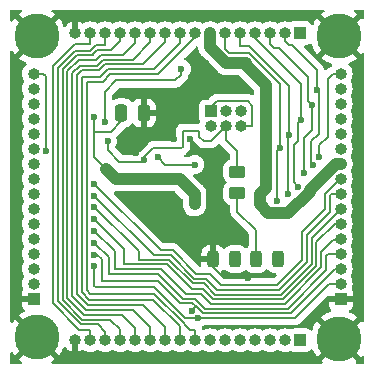
<source format=gbr>
%TF.GenerationSoftware,KiCad,Pcbnew,7.0.11-7.0.11~ubuntu20.04.1*%
%TF.CreationDate,2024-05-21T12:12:53+01:00*%
%TF.ProjectId,crosspoint-switches,63726f73-7370-46f6-996e-742d73776974,rev?*%
%TF.SameCoordinates,Original*%
%TF.FileFunction,Copper,L2,Bot*%
%TF.FilePolarity,Positive*%
%FSLAX46Y46*%
G04 Gerber Fmt 4.6, Leading zero omitted, Abs format (unit mm)*
G04 Created by KiCad (PCBNEW 7.0.11-7.0.11~ubuntu20.04.1) date 2024-05-21 12:12:53*
%MOMM*%
%LPD*%
G01*
G04 APERTURE LIST*
G04 Aperture macros list*
%AMRoundRect*
0 Rectangle with rounded corners*
0 $1 Rounding radius*
0 $2 $3 $4 $5 $6 $7 $8 $9 X,Y pos of 4 corners*
0 Add a 4 corners polygon primitive as box body*
4,1,4,$2,$3,$4,$5,$6,$7,$8,$9,$2,$3,0*
0 Add four circle primitives for the rounded corners*
1,1,$1+$1,$2,$3*
1,1,$1+$1,$4,$5*
1,1,$1+$1,$6,$7*
1,1,$1+$1,$8,$9*
0 Add four rect primitives between the rounded corners*
20,1,$1+$1,$2,$3,$4,$5,0*
20,1,$1+$1,$4,$5,$6,$7,0*
20,1,$1+$1,$6,$7,$8,$9,0*
20,1,$1+$1,$8,$9,$2,$3,0*%
G04 Aperture macros list end*
%TA.AperFunction,ComponentPad*%
%ADD10R,1.000000X1.000000*%
%TD*%
%TA.AperFunction,ComponentPad*%
%ADD11O,1.000000X1.000000*%
%TD*%
%TA.AperFunction,ComponentPad*%
%ADD12C,3.800000*%
%TD*%
%TA.AperFunction,SMDPad,CuDef*%
%ADD13RoundRect,0.243750X-0.243750X-0.456250X0.243750X-0.456250X0.243750X0.456250X-0.243750X0.456250X0*%
%TD*%
%TA.AperFunction,SMDPad,CuDef*%
%ADD14RoundRect,0.250000X0.450000X-0.262500X0.450000X0.262500X-0.450000X0.262500X-0.450000X-0.262500X0*%
%TD*%
%TA.AperFunction,SMDPad,CuDef*%
%ADD15RoundRect,0.243750X0.243750X0.456250X-0.243750X0.456250X-0.243750X-0.456250X0.243750X-0.456250X0*%
%TD*%
%TA.AperFunction,SMDPad,CuDef*%
%ADD16RoundRect,0.250000X-0.250000X-0.475000X0.250000X-0.475000X0.250000X0.475000X-0.250000X0.475000X0*%
%TD*%
%TA.AperFunction,ViaPad*%
%ADD17C,0.600000*%
%TD*%
%TA.AperFunction,Conductor*%
%ADD18C,1.000000*%
%TD*%
%TA.AperFunction,Conductor*%
%ADD19C,0.200000*%
%TD*%
G04 APERTURE END LIST*
D10*
%TO.P,J4,1,Pin_1*%
%TO.N,unconnected-(J4-Pin_1-Pad1)*%
X76550000Y-83500000D03*
D11*
%TO.P,J4,2,Pin_2*%
%TO.N,CROSS-RST*%
X75280000Y-83500000D03*
%TO.P,J4,3,Pin_3*%
%TO.N,SDA*%
X74010000Y-83500000D03*
%TO.P,J4,4,Pin_4*%
%TO.N,SCL*%
X72740000Y-83500000D03*
%TO.P,J4,5,Pin_5*%
%TO.N,SHIFT-RST*%
X71470000Y-83500000D03*
%TO.P,J4,6,Pin_6*%
%TO.N,SHIFT-CLK*%
X70200000Y-83500000D03*
%TO.P,J4,7,Pin_7*%
%TO.N,+5V*%
X68930000Y-83500000D03*
%TO.P,J4,8,Pin_8*%
%TO.N,Y7*%
X67660000Y-83500000D03*
%TO.P,J4,9,Pin_9*%
%TO.N,Y6*%
X66390000Y-83500000D03*
%TO.P,J4,10,Pin_10*%
%TO.N,Y5*%
X65120000Y-83500000D03*
%TO.P,J4,11,Pin_11*%
%TO.N,Y4*%
X63850000Y-83500000D03*
%TO.P,J4,12,Pin_12*%
%TO.N,Y3*%
X62580000Y-83500000D03*
%TO.P,J4,13,Pin_13*%
%TO.N,Y2*%
X61310000Y-83500000D03*
%TO.P,J4,14,Pin_14*%
%TO.N,Y1*%
X60040000Y-83500000D03*
%TO.P,J4,15,Pin_15*%
%TO.N,Y0*%
X58770000Y-83500000D03*
%TO.P,J4,16,Pin_16*%
%TO.N,GND*%
X57500000Y-83500000D03*
%TD*%
D12*
%TO.P,H4,1,1*%
%TO.N,GND*%
X54250000Y-83250000D03*
%TD*%
%TO.P,H3,1,1*%
%TO.N,GND*%
X79875000Y-83375000D03*
%TD*%
D10*
%TO.P,J3,1,Pin_1*%
%TO.N,GND*%
X80000000Y-80000000D03*
D11*
%TO.P,J3,2,Pin_2*%
%TO.N,X7*%
X80000000Y-78730000D03*
%TO.P,J3,3,Pin_3*%
%TO.N,X6*%
X80000000Y-77460000D03*
%TO.P,J3,4,Pin_4*%
%TO.N,X5*%
X80000000Y-76190000D03*
%TO.P,J3,5,Pin_5*%
%TO.N,X4*%
X80000000Y-74920000D03*
%TO.P,J3,6,Pin_6*%
%TO.N,X3*%
X80000000Y-73650000D03*
%TO.P,J3,7,Pin_7*%
%TO.N,X2*%
X80000000Y-72380000D03*
%TO.P,J3,8,Pin_8*%
%TO.N,X1*%
X80000000Y-71110000D03*
%TO.P,J3,9,Pin_9*%
%TO.N,X0*%
X80000000Y-69840000D03*
%TO.P,J3,10,Pin_10*%
%TO.N,+5V*%
X80000000Y-68570000D03*
%TO.P,J3,11,Pin_11*%
%TO.N,SHIFT-CLK*%
X80000000Y-67300000D03*
%TO.P,J3,12,Pin_12*%
%TO.N,SHIFT-RST*%
X80000000Y-66030000D03*
%TO.P,J3,13,Pin_13*%
%TO.N,SCL*%
X80000000Y-64760000D03*
%TO.P,J3,14,Pin_14*%
%TO.N,SDA*%
X80000000Y-63490000D03*
%TO.P,J3,15,Pin_15*%
%TO.N,CROSS-RST*%
X80000000Y-62220000D03*
%TO.P,J3,16,Pin_16*%
%TO.N,QLDR*%
X80000000Y-60950000D03*
%TD*%
D12*
%TO.P,H1,1,1*%
%TO.N,GND*%
X79875000Y-57750000D03*
%TD*%
D10*
%TO.P,J5,1,Pin_1*%
%TO.N,unconnected-(J5-Pin_1-Pad1)*%
X76550000Y-57500000D03*
D11*
%TO.P,J5,2,Pin_2*%
%TO.N,CROSS-RST*%
X75280000Y-57500000D03*
%TO.P,J5,3,Pin_3*%
%TO.N,SDA*%
X74010000Y-57500000D03*
%TO.P,J5,4,Pin_4*%
%TO.N,SCL*%
X72740000Y-57500000D03*
%TO.P,J5,5,Pin_5*%
%TO.N,SHIFT-RST*%
X71470000Y-57500000D03*
%TO.P,J5,6,Pin_6*%
%TO.N,SHIFT-CLK*%
X70200000Y-57500000D03*
%TO.P,J5,7,Pin_7*%
%TO.N,+5V*%
X68930000Y-57500000D03*
%TO.P,J5,8,Pin_8*%
%TO.N,Y7*%
X67660000Y-57500000D03*
%TO.P,J5,9,Pin_9*%
%TO.N,Y6*%
X66390000Y-57500000D03*
%TO.P,J5,10,Pin_10*%
%TO.N,Y5*%
X65120000Y-57500000D03*
%TO.P,J5,11,Pin_11*%
%TO.N,Y4*%
X63850000Y-57500000D03*
%TO.P,J5,12,Pin_12*%
%TO.N,Y3*%
X62580000Y-57500000D03*
%TO.P,J5,13,Pin_13*%
%TO.N,Y2*%
X61310000Y-57500000D03*
%TO.P,J5,14,Pin_14*%
%TO.N,Y1*%
X60040000Y-57500000D03*
%TO.P,J5,15,Pin_15*%
%TO.N,Y0*%
X58770000Y-57500000D03*
%TO.P,J5,16,Pin_16*%
%TO.N,GND*%
X57500000Y-57500000D03*
%TD*%
D10*
%TO.P,J6,1,Pin_1*%
%TO.N,DLQR*%
X69000000Y-64125000D03*
D11*
%TO.P,J6,2,Pin_2*%
%TO.N,QLDR*%
X69000000Y-65395000D03*
%TO.P,J6,3,Pin_3*%
%TO.N,Net-(J6-Pin_3)*%
X70270000Y-64125000D03*
%TO.P,J6,4,Pin_4*%
%TO.N,Net-(J6-Pin_4)*%
X70270000Y-65395000D03*
%TO.P,J6,5,Pin_5*%
%TO.N,QLDR*%
X71540000Y-64125000D03*
%TO.P,J6,6,Pin_6*%
%TO.N,DLQR*%
X71540000Y-65395000D03*
%TD*%
D12*
%TO.P,H2,1,1*%
%TO.N,GND*%
X54250000Y-57750000D03*
%TD*%
D10*
%TO.P,J2,1,Pin_1*%
%TO.N,GND*%
X54000000Y-80000000D03*
D11*
%TO.P,J2,2,Pin_2*%
%TO.N,X7*%
X54000000Y-78730000D03*
%TO.P,J2,3,Pin_3*%
%TO.N,X6*%
X54000000Y-77460000D03*
%TO.P,J2,4,Pin_4*%
%TO.N,X5*%
X54000000Y-76190000D03*
%TO.P,J2,5,Pin_5*%
%TO.N,X4*%
X54000000Y-74920000D03*
%TO.P,J2,6,Pin_6*%
%TO.N,X3*%
X54000000Y-73650000D03*
%TO.P,J2,7,Pin_7*%
%TO.N,X2*%
X54000000Y-72380000D03*
%TO.P,J2,8,Pin_8*%
%TO.N,X1*%
X54000000Y-71110000D03*
%TO.P,J2,9,Pin_9*%
%TO.N,X0*%
X54000000Y-69840000D03*
%TO.P,J2,10,Pin_10*%
%TO.N,+5V*%
X54000000Y-68570000D03*
%TO.P,J2,11,Pin_11*%
%TO.N,SHIFT-CLK*%
X54000000Y-67300000D03*
%TO.P,J2,12,Pin_12*%
%TO.N,SHIFT-RST*%
X54000000Y-66030000D03*
%TO.P,J2,13,Pin_13*%
%TO.N,SCL*%
X54000000Y-64760000D03*
%TO.P,J2,14,Pin_14*%
%TO.N,SDA*%
X54000000Y-63490000D03*
%TO.P,J2,15,Pin_15*%
%TO.N,CROSS-RST*%
X54000000Y-62220000D03*
%TO.P,J2,16,Pin_16*%
%TO.N,DLQR*%
X54000000Y-60950000D03*
%TD*%
D13*
%TO.P,D2,1,K*%
%TO.N,GND*%
X69187500Y-76625000D03*
%TO.P,D2,2,A*%
%TO.N,Net-(D1-K)*%
X71062500Y-76625000D03*
%TD*%
D14*
%TO.P,R2,1*%
%TO.N,Net-(D3-A)*%
X71250000Y-71037500D03*
%TO.P,R2,2*%
%TO.N,Net-(J6-Pin_4)*%
X71250000Y-69212500D03*
%TD*%
D15*
%TO.P,D3,1,K*%
%TO.N,Net-(D3-K)*%
X74687500Y-76625000D03*
%TO.P,D3,2,A*%
%TO.N,Net-(D3-A)*%
X72812500Y-76625000D03*
%TD*%
D16*
%TO.P,C3,1*%
%TO.N,+5V*%
X61425000Y-64250000D03*
%TO.P,C3,2*%
%TO.N,GND*%
X63325000Y-64250000D03*
%TD*%
D17*
%TO.N,+5V*%
X59125000Y-64625000D03*
X67625000Y-72000000D03*
X73125000Y-72000000D03*
X60125000Y-69000000D03*
%TO.N,GND*%
X65875000Y-66500000D03*
X66125000Y-64500000D03*
X69625000Y-70375000D03*
X67250000Y-66500000D03*
X72125000Y-78225000D03*
X62625000Y-67625000D03*
X68625000Y-60000000D03*
%TO.N,DLQR*%
X55025000Y-67500000D03*
%TO.N,QLDR*%
X78125000Y-68020000D03*
%TO.N,CROSS-RST*%
X78000000Y-62340000D03*
X77625000Y-68625000D03*
%TO.N,SDA*%
X76875000Y-69375000D03*
X77525000Y-63610000D03*
%TO.N,SCL*%
X76375000Y-70500000D03*
X76630000Y-64880000D03*
X64500000Y-68000000D03*
X67625000Y-68625000D03*
%TO.N,SHIFT-RST*%
X66500000Y-60500000D03*
X60000000Y-65000000D03*
X75500000Y-71125000D03*
X75650000Y-66150000D03*
%TO.N,SHIFT-CLK*%
X74875000Y-67250000D03*
X74625000Y-71750000D03*
%TO.N,X7*%
X67875000Y-81625000D03*
X59125000Y-77250000D03*
%TO.N,X6*%
X67375000Y-81000000D03*
X59145000Y-76250000D03*
%TO.N,X5*%
X59145000Y-75250000D03*
%TO.N,X4*%
X59145000Y-74250000D03*
%TO.N,X3*%
X59145000Y-73250000D03*
%TO.N,X2*%
X59145000Y-72250000D03*
%TO.N,X1*%
X59145000Y-71250000D03*
%TO.N,X0*%
X59145000Y-70250000D03*
%TO.N,Net-(J6-Pin_4)*%
X60250000Y-66625000D03*
X63375000Y-68250000D03*
%TO.N,Net-(D1-K)*%
X71062500Y-76625000D03*
%TO.N,Net-(D3-K)*%
X74687500Y-76625000D03*
%TD*%
D18*
%TO.N,+5V*%
X61000000Y-69875000D02*
X66375000Y-69875000D01*
X67625000Y-71125000D02*
X67625000Y-72000000D01*
X75539214Y-72750000D02*
X73875000Y-72750000D01*
D19*
X59125000Y-64625000D02*
X59125000Y-65875000D01*
D18*
X66375000Y-69875000D02*
X67625000Y-71125000D01*
X73875000Y-72750000D02*
X73125000Y-72000000D01*
X73625000Y-69500000D02*
X73625000Y-70625000D01*
X77375000Y-70750000D02*
X77375000Y-70914214D01*
X71963972Y-60036028D02*
X71963972Y-60213972D01*
X71963972Y-60213972D02*
X73625000Y-61875000D01*
X73625000Y-61875000D02*
X73625000Y-69500000D01*
D19*
X61425000Y-64250000D02*
X61425000Y-64975000D01*
D18*
X73125000Y-71125000D02*
X73125000Y-72000000D01*
X68930000Y-58686370D02*
X70279658Y-60036028D01*
X68930000Y-57500000D02*
X68930000Y-58686370D01*
X79555000Y-68570000D02*
X80000000Y-68570000D01*
X77375000Y-70914214D02*
X75539214Y-72750000D01*
X70279658Y-60036028D02*
X71963972Y-60036028D01*
D19*
X60525000Y-65875000D02*
X59125000Y-65875000D01*
X61425000Y-64975000D02*
X60525000Y-65875000D01*
X59125000Y-68000000D02*
X60125000Y-69000000D01*
D18*
X60125000Y-69000000D02*
X61000000Y-69875000D01*
X73625000Y-70625000D02*
X73125000Y-71125000D01*
D19*
X59125000Y-65875000D02*
X59125000Y-68000000D01*
D18*
X73625000Y-69875000D02*
X73625000Y-69500000D01*
X77375000Y-70750000D02*
X79555000Y-68570000D01*
D19*
%TO.N,GND*%
X64125000Y-66125000D02*
X65125000Y-66125000D01*
X66125000Y-64500000D02*
X65875000Y-64250000D01*
X68625000Y-67875000D02*
X68625000Y-70375000D01*
X72125000Y-78225000D02*
X70100000Y-78225000D01*
X69125000Y-70875000D02*
X69125000Y-71375000D01*
X70100000Y-78225000D02*
X69187500Y-77312500D01*
X68625000Y-60000000D02*
X66125000Y-62500000D01*
X68562500Y-67812500D02*
X68625000Y-67875000D01*
X69187500Y-71437500D02*
X69187500Y-76625000D01*
X62625000Y-67625000D02*
X64125000Y-66125000D01*
X69625000Y-70375000D02*
X69125000Y-70875000D01*
X65500000Y-65750000D02*
X66125000Y-65125000D01*
X65875000Y-64250000D02*
X63325000Y-64250000D01*
X68625000Y-70375000D02*
X69625000Y-70375000D01*
X69187500Y-77312500D02*
X69187500Y-76625000D01*
X65125000Y-66125000D02*
X65500000Y-65750000D01*
X65875000Y-66500000D02*
X65500000Y-66500000D01*
X66125000Y-62500000D02*
X66125000Y-64500000D01*
X67250000Y-66500000D02*
X68562500Y-67812500D01*
X66125000Y-65125000D02*
X66125000Y-64500000D01*
X65500000Y-66500000D02*
X65125000Y-66125000D01*
X69125000Y-71375000D02*
X69187500Y-71437500D01*
%TO.N,DLQR*%
X69000000Y-63750000D02*
X69500000Y-63250000D01*
X55000000Y-61125000D02*
X55000000Y-67475000D01*
X72500000Y-65375000D02*
X72480000Y-65395000D01*
X72480000Y-65395000D02*
X71540000Y-65395000D01*
X69000000Y-64125000D02*
X69000000Y-63750000D01*
X54000000Y-60950000D02*
X54825000Y-60950000D01*
X54825000Y-60950000D02*
X55000000Y-61125000D01*
X69500000Y-63250000D02*
X72125000Y-63250000D01*
X72125000Y-63250000D02*
X72500000Y-63625000D01*
X72500000Y-63625000D02*
X72500000Y-65375000D01*
X55000000Y-67475000D02*
X55025000Y-67500000D01*
%TO.N,QLDR*%
X79300000Y-60950000D02*
X78875000Y-61375000D01*
X80000000Y-60950000D02*
X79300000Y-60950000D01*
X78125000Y-67000000D02*
X78125000Y-68020000D01*
X78875000Y-61375000D02*
X78875000Y-66250000D01*
X78875000Y-66250000D02*
X78125000Y-67000000D01*
%TO.N,CROSS-RST*%
X77625000Y-68625000D02*
X77500000Y-68500000D01*
X77500000Y-66625000D02*
X78125000Y-66000000D01*
X75280000Y-58155000D02*
X75625000Y-58500000D01*
X78000000Y-60625000D02*
X78000000Y-62340000D01*
X78125000Y-66000000D02*
X78125000Y-65625000D01*
X75875000Y-58500000D02*
X78000000Y-60625000D01*
X75625000Y-58500000D02*
X75875000Y-58500000D01*
X78000000Y-62340000D02*
X78125000Y-62465000D01*
X77500000Y-68500000D02*
X77500000Y-66625000D01*
X78125000Y-62465000D02*
X78125000Y-65625000D01*
X75280000Y-57500000D02*
X75280000Y-58155000D01*
%TO.N,SDA*%
X74750000Y-58750000D02*
X74385000Y-58750000D01*
X76875000Y-66375000D02*
X77525000Y-65725000D01*
X77525000Y-65725000D02*
X77525000Y-63610000D01*
X76875000Y-69375000D02*
X76875000Y-66375000D01*
X77187500Y-63272500D02*
X77525000Y-63610000D01*
X77187500Y-61625000D02*
X77187500Y-63272500D01*
X74385000Y-58750000D02*
X74010000Y-58375000D01*
X77187500Y-61625000D02*
X77187500Y-61187500D01*
X77187500Y-61187500D02*
X74750000Y-58750000D01*
X74010000Y-58375000D02*
X74010000Y-57500000D01*
%TO.N,SCL*%
X76630000Y-64880000D02*
X76630000Y-61820685D01*
X76375000Y-70500000D02*
X76000000Y-70125000D01*
X64500000Y-68000000D02*
X65125000Y-68625000D01*
X76630000Y-61820685D02*
X72740000Y-57930685D01*
X65125000Y-68625000D02*
X67625000Y-68625000D01*
X76000000Y-67000000D02*
X76375000Y-66625000D01*
X76375000Y-66625000D02*
X76375000Y-65135000D01*
X76000000Y-70125000D02*
X76000000Y-67000000D01*
X76375000Y-65135000D02*
X76630000Y-64880000D01*
X72740000Y-57930685D02*
X72740000Y-57500000D01*
%TO.N,SHIFT-RST*%
X75650000Y-64205000D02*
X75625000Y-64180000D01*
X75625000Y-62000000D02*
X72250000Y-58625000D01*
X75625000Y-64180000D02*
X75625000Y-62000000D01*
X61000000Y-61500000D02*
X66000000Y-61500000D01*
X71470000Y-58595000D02*
X71470000Y-57500000D01*
X72250000Y-58625000D02*
X71500000Y-58625000D01*
X75650000Y-66150000D02*
X75650000Y-64205000D01*
X75650000Y-66150000D02*
X75500000Y-66300000D01*
X75500000Y-66300000D02*
X75500000Y-71125000D01*
X71500000Y-58625000D02*
X71470000Y-58595000D01*
X66000000Y-61500000D02*
X66500000Y-61000000D01*
X60000000Y-62500000D02*
X61000000Y-61500000D01*
X60000000Y-65000000D02*
X60000000Y-62500000D01*
X66500000Y-61000000D02*
X66500000Y-60500000D01*
%TO.N,SHIFT-CLK*%
X70200000Y-58825000D02*
X70200000Y-57500000D01*
X74625000Y-67500000D02*
X74625000Y-71750000D01*
X70532843Y-59157843D02*
X70200000Y-58825000D01*
X72217157Y-59157843D02*
X70532843Y-59157843D01*
X74875000Y-61815686D02*
X72217157Y-59157843D01*
X74875000Y-67250000D02*
X74875000Y-61815686D01*
X74875000Y-67250000D02*
X74625000Y-67500000D01*
%TO.N,X7*%
X59250000Y-79000000D02*
X64203430Y-79000000D01*
X59125000Y-78875000D02*
X59250000Y-79000000D01*
X67875000Y-81625000D02*
X66828430Y-81625000D01*
X64414215Y-79210785D02*
X64328429Y-79125000D01*
X59125000Y-77250000D02*
X59125000Y-78875000D01*
X64203430Y-79000000D02*
X64414215Y-79210785D01*
X66828430Y-81625000D02*
X64414215Y-79210785D01*
X76100000Y-81625000D02*
X78995000Y-78730000D01*
X78995000Y-78730000D02*
X80000000Y-78730000D01*
X67875000Y-81625000D02*
X76100000Y-81625000D01*
%TO.N,X6*%
X59750000Y-78500000D02*
X64500000Y-78500000D01*
X67657843Y-80717157D02*
X67782843Y-80717157D01*
X66375000Y-80375000D02*
X67440686Y-80375000D01*
X67375000Y-81000000D02*
X67657843Y-80717157D01*
X64500000Y-78500000D02*
X66375000Y-80375000D01*
X79515000Y-77460000D02*
X80000000Y-77460000D01*
X68290686Y-81225000D02*
X75750000Y-81225000D01*
X59145000Y-76250000D02*
X59375000Y-76250000D01*
X67782843Y-80717157D02*
X68290686Y-81225000D01*
X59750000Y-76625000D02*
X59750000Y-78500000D01*
X67440686Y-80375000D02*
X67782843Y-80717157D01*
X59375000Y-76250000D02*
X59750000Y-76625000D01*
X75750000Y-81225000D02*
X79515000Y-77460000D01*
%TO.N,X5*%
X75500000Y-80825000D02*
X78750000Y-77575000D01*
X60375000Y-77875000D02*
X64525000Y-77875000D01*
X78750000Y-76375000D02*
X78935000Y-76190000D01*
X78750000Y-77575000D02*
X78750000Y-76375000D01*
X78935000Y-76190000D02*
X80000000Y-76190000D01*
X67650000Y-79975000D02*
X68500000Y-80825000D01*
X66625000Y-79975000D02*
X67650000Y-79975000D01*
X60375000Y-76480000D02*
X60375000Y-77875000D01*
X59145000Y-75250000D02*
X60375000Y-76480000D01*
X68500000Y-80825000D02*
X75500000Y-80825000D01*
X64525000Y-77875000D02*
X66625000Y-79975000D01*
%TO.N,X4*%
X64775000Y-77475000D02*
X60875000Y-77475000D01*
X79310000Y-75040000D02*
X79880000Y-75040000D01*
X79310000Y-75040000D02*
X78350000Y-76000000D01*
X60875000Y-75980000D02*
X59145000Y-74250000D01*
X60875000Y-77475000D02*
X60875000Y-75980000D01*
X66875000Y-79575000D02*
X64775000Y-77475000D01*
X78350000Y-76000000D02*
X78350000Y-77325000D01*
X69000000Y-80425000D02*
X68150000Y-79575000D01*
X79880000Y-75040000D02*
X80000000Y-74920000D01*
X78350000Y-77325000D02*
X75250000Y-80425000D01*
X68150000Y-79575000D02*
X66875000Y-79575000D01*
X75250000Y-80425000D02*
X69000000Y-80425000D01*
%TO.N,X3*%
X69165686Y-80025000D02*
X68315685Y-79175000D01*
X61625000Y-77075000D02*
X61625000Y-75730000D01*
X75084314Y-80025000D02*
X77929657Y-77179657D01*
X77929657Y-75195343D02*
X79475000Y-73650000D01*
X67375000Y-79175000D02*
X65275000Y-77075000D01*
X65275000Y-77075000D02*
X61625000Y-77075000D01*
X77929657Y-75500000D02*
X77929657Y-75195343D01*
X69165686Y-80025000D02*
X75084314Y-80025000D01*
X77929657Y-77179657D02*
X77929657Y-75500000D01*
X79475000Y-73650000D02*
X80000000Y-73650000D01*
X61625000Y-75730000D02*
X59145000Y-73250000D01*
X68315685Y-79175000D02*
X67375000Y-79175000D01*
%TO.N,X2*%
X77529657Y-75000000D02*
X77529657Y-74850343D01*
X69331372Y-79625000D02*
X74918628Y-79625000D01*
X65440685Y-76675000D02*
X62875000Y-76675000D01*
X77529657Y-77013971D02*
X77529657Y-75000000D01*
X74918628Y-79625000D02*
X77529657Y-77013971D01*
X77529657Y-74850343D02*
X80000000Y-72380000D01*
X69331372Y-79625000D02*
X68386027Y-78679657D01*
X67445343Y-78679657D02*
X65440685Y-76675000D01*
X62875000Y-76675000D02*
X62875000Y-75980000D01*
X62875000Y-75980000D02*
X59145000Y-72250000D01*
X68386027Y-78679657D02*
X67445343Y-78679657D01*
%TO.N,X1*%
X67611030Y-78279658D02*
X65606370Y-76275000D01*
X77129657Y-76848285D02*
X74752942Y-79225000D01*
X64170000Y-76275000D02*
X59145000Y-71250000D01*
X79125000Y-71230000D02*
X79245000Y-71110000D01*
X79125000Y-71230000D02*
X79125000Y-72629657D01*
X79245000Y-71110000D02*
X80000000Y-71110000D01*
X77129657Y-74625000D02*
X77129657Y-76848285D01*
X68554657Y-78279657D02*
X67611030Y-78279658D01*
X65606370Y-76275000D02*
X64170000Y-76275000D01*
X79125000Y-72629657D02*
X77129657Y-74625000D01*
X69500000Y-79225000D02*
X68554657Y-78279657D01*
X74752942Y-79225000D02*
X69500000Y-79225000D01*
%TO.N,X0*%
X59145000Y-70250000D02*
X64770000Y-75875000D01*
X80000000Y-69960000D02*
X79829315Y-69960000D01*
X78625000Y-71125000D02*
X79910000Y-69840000D01*
X65772055Y-75875000D02*
X67776715Y-77879657D01*
X68929657Y-77879657D02*
X69875000Y-78825000D01*
X79910000Y-69840000D02*
X80000000Y-69840000D01*
X64770000Y-75875000D02*
X65772055Y-75875000D01*
X76706128Y-74293872D02*
X78625000Y-72375000D01*
X69875000Y-78825000D02*
X74587256Y-78825000D01*
X67776715Y-77879657D02*
X68929657Y-77879657D01*
X74587256Y-78825000D02*
X76706128Y-76706128D01*
X76706128Y-76706128D02*
X76706128Y-74293872D01*
X78625000Y-72375000D02*
X78625000Y-71125000D01*
%TO.N,Y7*%
X67660000Y-57840000D02*
X67660000Y-57500000D01*
X60500000Y-60950000D02*
X64550000Y-60950000D01*
X67250000Y-82625000D02*
X66790000Y-82165000D01*
X59852942Y-61597058D02*
X60500000Y-60950000D01*
X66790000Y-82165000D02*
X66790000Y-82152256D01*
X58472058Y-79262256D02*
X58472058Y-61597058D01*
X67660000Y-83500000D02*
X67660000Y-82625000D01*
X64220343Y-79582599D02*
X58792401Y-79582599D01*
X58792401Y-79582599D02*
X58472058Y-79262256D01*
X66790000Y-82152256D02*
X64220343Y-79582599D01*
X64550000Y-60950000D02*
X67660000Y-57840000D01*
X67660000Y-82625000D02*
X67250000Y-82625000D01*
X58472058Y-61597058D02*
X59852942Y-61597058D01*
%TO.N,Y6*%
X58072058Y-79427942D02*
X58072058Y-61197058D01*
X60250000Y-60572058D02*
X60250000Y-60550000D01*
X66390000Y-82317942D02*
X64125000Y-80052942D01*
X66390000Y-58360000D02*
X66390000Y-57500000D01*
X58697058Y-80052942D02*
X58072058Y-79427942D01*
X59625000Y-61197058D02*
X60250000Y-60572058D01*
X64125000Y-80052942D02*
X58697058Y-80052942D01*
X63390685Y-60550000D02*
X63415685Y-60525000D01*
X60250000Y-60550000D02*
X63390685Y-60550000D01*
X63415685Y-60525000D02*
X64225000Y-60525000D01*
X58072058Y-61197058D02*
X59625000Y-61197058D01*
X66390000Y-83500000D02*
X66390000Y-82317942D01*
X64225000Y-60525000D02*
X66390000Y-58360000D01*
%TO.N,Y5*%
X62540685Y-60150000D02*
X62565686Y-60125000D01*
X63268285Y-80523285D02*
X58601715Y-80523285D01*
X60047058Y-60150000D02*
X62540685Y-60150000D01*
X65125000Y-58250000D02*
X65120000Y-58245000D01*
X59540686Y-60656372D02*
X60047058Y-60150000D01*
X57650000Y-79571570D02*
X57650000Y-61053430D01*
X65120000Y-82375000D02*
X63268285Y-80523285D01*
X63250000Y-60125000D02*
X65125000Y-58250000D01*
X62565686Y-60125000D02*
X63250000Y-60125000D01*
X58601715Y-80523285D02*
X57650000Y-79571570D01*
X65120000Y-58245000D02*
X65120000Y-57500000D01*
X65120000Y-83500000D02*
X65120000Y-82375000D01*
X57650000Y-61053430D02*
X58047058Y-60656372D01*
X58047058Y-60656372D02*
X59540686Y-60656372D01*
%TO.N,Y4*%
X63850000Y-82375000D02*
X62406128Y-80931128D01*
X58443872Y-80931128D02*
X57250000Y-79737256D01*
X63850000Y-83500000D02*
X63850000Y-82375000D01*
X57250000Y-60887744D02*
X57881372Y-60256372D01*
X57250000Y-79737256D02*
X57250000Y-60887744D01*
X62406128Y-80931128D02*
X58443872Y-80931128D01*
X59375000Y-60256372D02*
X59875000Y-59756372D01*
X57881372Y-60256372D02*
X59375000Y-60256372D01*
X59875000Y-59756372D02*
X59875000Y-59750000D01*
X59875000Y-59750000D02*
X62375000Y-59750000D01*
X63850000Y-58275000D02*
X63850000Y-57500000D01*
X62375000Y-59750000D02*
X63850000Y-58275000D01*
%TO.N,Y3*%
X58293872Y-81346814D02*
X61506814Y-81346814D01*
X62580000Y-57500000D02*
X62580000Y-58295000D01*
X61506814Y-81346814D02*
X62580000Y-82420000D01*
X59250000Y-59770343D02*
X57801715Y-59770343D01*
X62580000Y-82420000D02*
X62580000Y-83500000D01*
X59682843Y-59337500D02*
X59250000Y-59770343D01*
X56840686Y-79893628D02*
X58293872Y-81346814D01*
X62580000Y-58295000D02*
X61537500Y-59337500D01*
X56840686Y-60731372D02*
X56840686Y-79893628D01*
X61537500Y-59337500D02*
X59682843Y-59337500D01*
X57801715Y-59770343D02*
X56840686Y-60731372D01*
%TO.N,Y2*%
X61310000Y-82560000D02*
X61310000Y-83500000D01*
X58128186Y-81746814D02*
X60496814Y-81746814D01*
X60562500Y-58937500D02*
X59348529Y-58937500D01*
X60496814Y-81746814D02*
X61310000Y-82560000D01*
X57636029Y-59370343D02*
X56440686Y-60565686D01*
X61310000Y-58190000D02*
X60562500Y-58937500D01*
X56440686Y-60565686D02*
X56440686Y-80059314D01*
X59000000Y-59286029D02*
X59000000Y-59370343D01*
X59348529Y-58937500D02*
X59000000Y-59286029D01*
X59000000Y-59370343D02*
X57636029Y-59370343D01*
X56440686Y-80059314D02*
X58128186Y-81746814D01*
X61310000Y-57500000D02*
X61310000Y-58190000D01*
%TO.N,Y1*%
X60040000Y-57500000D02*
X60040000Y-58460000D01*
X60040000Y-82792894D02*
X60040000Y-83500000D01*
X57970343Y-82154657D02*
X59401763Y-82154657D01*
X59260343Y-58460000D02*
X58750000Y-58970343D01*
X59401763Y-82154657D02*
X60040000Y-82792894D01*
X58750000Y-58970343D02*
X57470343Y-58970343D01*
X56025000Y-60415686D02*
X56025000Y-80209314D01*
X60040000Y-58460000D02*
X59260343Y-58460000D01*
X57470343Y-58970343D02*
X56025000Y-60415686D01*
X56025000Y-80209314D02*
X57970343Y-82154657D01*
%TO.N,Y0*%
X55625000Y-60250000D02*
X55625000Y-80375000D01*
X58770000Y-58355000D02*
X58750000Y-58375000D01*
X57500000Y-58375000D02*
X55625000Y-60250000D01*
X58770000Y-57500000D02*
X58770000Y-58355000D01*
X58750000Y-82625000D02*
X58770000Y-82645000D01*
X58750000Y-58375000D02*
X57500000Y-58375000D01*
X58770000Y-82645000D02*
X58770000Y-83500000D01*
X55625000Y-80375000D02*
X57875000Y-82625000D01*
X57875000Y-82625000D02*
X58750000Y-82625000D01*
%TO.N,Net-(J6-Pin_4)*%
X61250000Y-68375000D02*
X63250000Y-68375000D01*
X60250000Y-66625000D02*
X60250000Y-67375000D01*
X64125000Y-67250000D02*
X63375000Y-68000000D01*
X66625000Y-67125000D02*
X66500000Y-67250000D01*
X60250000Y-67375000D02*
X61250000Y-68375000D01*
X71250000Y-69212500D02*
X71250000Y-67500000D01*
X63375000Y-68000000D02*
X63375000Y-68250000D01*
X70270000Y-65395000D02*
X70270000Y-66520000D01*
X71250000Y-67500000D02*
X71187500Y-67437500D01*
X66625000Y-65750000D02*
X66625000Y-67125000D01*
X68000000Y-65750000D02*
X66625000Y-65750000D01*
X68375000Y-66625000D02*
X68000000Y-66250000D01*
X66500000Y-67250000D02*
X64125000Y-67250000D01*
X68000000Y-66250000D02*
X68000000Y-65750000D01*
X63250000Y-68375000D02*
X63375000Y-68250000D01*
X70270000Y-65395000D02*
X69040000Y-66625000D01*
X69040000Y-66625000D02*
X68375000Y-66625000D01*
X70270000Y-66520000D02*
X71187500Y-67437500D01*
%TO.N,Net-(D1-K)*%
X71312500Y-76750000D02*
X71375000Y-76750000D01*
%TO.N,Net-(D3-A)*%
X72812500Y-74187500D02*
X72812500Y-76625000D01*
X71250000Y-71037500D02*
X71250000Y-72625000D01*
X71250000Y-72625000D02*
X72812500Y-74187500D01*
%TD*%
%TA.AperFunction,Conductor*%
%TO.N,GND*%
G36*
X53414894Y-83973624D02*
G01*
X53566932Y-84118592D01*
X53669222Y-84184329D01*
X52736564Y-85116987D01*
X52736565Y-85116989D01*
X52954299Y-85275182D01*
X52996965Y-85330512D01*
X53002944Y-85400125D01*
X52970338Y-85461920D01*
X52909500Y-85496277D01*
X52881414Y-85499500D01*
X52124500Y-85499500D01*
X52057461Y-85479815D01*
X52011706Y-85427011D01*
X52000500Y-85375500D01*
X52000500Y-84611226D01*
X52020185Y-84544187D01*
X52072989Y-84498432D01*
X52142147Y-84488488D01*
X52205703Y-84517513D01*
X52229197Y-84544784D01*
X52304516Y-84663469D01*
X52385311Y-84761133D01*
X53314210Y-83832234D01*
X53414894Y-83973624D01*
G37*
%TD.AperFunction*%
%TA.AperFunction,Conductor*%
G36*
X57750000Y-84469159D02*
G01*
X57884534Y-84428349D01*
X58058259Y-84335492D01*
X58063320Y-84332111D01*
X58064444Y-84333793D01*
X58120203Y-84310086D01*
X58189075Y-84321851D01*
X58206186Y-84332843D01*
X58206399Y-84332526D01*
X58211457Y-84335906D01*
X58211462Y-84335910D01*
X58332956Y-84400850D01*
X58383147Y-84427678D01*
X58385273Y-84428814D01*
X58573868Y-84486024D01*
X58770000Y-84505341D01*
X58966132Y-84486024D01*
X59154727Y-84428814D01*
X59328538Y-84335910D01*
X59328544Y-84335904D01*
X59333607Y-84332523D01*
X59334703Y-84334164D01*
X59390639Y-84310405D01*
X59459507Y-84322194D01*
X59476148Y-84332888D01*
X59476393Y-84332523D01*
X59481458Y-84335907D01*
X59481462Y-84335910D01*
X59617263Y-84408497D01*
X59653147Y-84427678D01*
X59655273Y-84428814D01*
X59843868Y-84486024D01*
X60040000Y-84505341D01*
X60236132Y-84486024D01*
X60424727Y-84428814D01*
X60598538Y-84335910D01*
X60598544Y-84335904D01*
X60603607Y-84332523D01*
X60604703Y-84334164D01*
X60660639Y-84310405D01*
X60729507Y-84322194D01*
X60746148Y-84332888D01*
X60746393Y-84332523D01*
X60751458Y-84335907D01*
X60751462Y-84335910D01*
X60887263Y-84408497D01*
X60923147Y-84427678D01*
X60925273Y-84428814D01*
X61113868Y-84486024D01*
X61310000Y-84505341D01*
X61506132Y-84486024D01*
X61694727Y-84428814D01*
X61868538Y-84335910D01*
X61868544Y-84335904D01*
X61873607Y-84332523D01*
X61874703Y-84334164D01*
X61930639Y-84310405D01*
X61999507Y-84322194D01*
X62016148Y-84332888D01*
X62016393Y-84332523D01*
X62021458Y-84335907D01*
X62021462Y-84335910D01*
X62157263Y-84408497D01*
X62193147Y-84427678D01*
X62195273Y-84428814D01*
X62383868Y-84486024D01*
X62580000Y-84505341D01*
X62776132Y-84486024D01*
X62964727Y-84428814D01*
X63138538Y-84335910D01*
X63138544Y-84335904D01*
X63143607Y-84332523D01*
X63144703Y-84334164D01*
X63200639Y-84310405D01*
X63269507Y-84322194D01*
X63286148Y-84332888D01*
X63286393Y-84332523D01*
X63291458Y-84335907D01*
X63291462Y-84335910D01*
X63427263Y-84408497D01*
X63463147Y-84427678D01*
X63465273Y-84428814D01*
X63653868Y-84486024D01*
X63850000Y-84505341D01*
X64046132Y-84486024D01*
X64234727Y-84428814D01*
X64408538Y-84335910D01*
X64408544Y-84335904D01*
X64413607Y-84332523D01*
X64414703Y-84334164D01*
X64470639Y-84310405D01*
X64539507Y-84322194D01*
X64556148Y-84332888D01*
X64556393Y-84332523D01*
X64561458Y-84335907D01*
X64561462Y-84335910D01*
X64697263Y-84408497D01*
X64733147Y-84427678D01*
X64735273Y-84428814D01*
X64923868Y-84486024D01*
X65120000Y-84505341D01*
X65316132Y-84486024D01*
X65504727Y-84428814D01*
X65678538Y-84335910D01*
X65678544Y-84335904D01*
X65683607Y-84332523D01*
X65684703Y-84334164D01*
X65740639Y-84310405D01*
X65809507Y-84322194D01*
X65826148Y-84332888D01*
X65826393Y-84332523D01*
X65831458Y-84335907D01*
X65831462Y-84335910D01*
X65967263Y-84408497D01*
X66003147Y-84427678D01*
X66005273Y-84428814D01*
X66193868Y-84486024D01*
X66390000Y-84505341D01*
X66586132Y-84486024D01*
X66774727Y-84428814D01*
X66948538Y-84335910D01*
X66948544Y-84335904D01*
X66953607Y-84332523D01*
X66954703Y-84334164D01*
X67010639Y-84310405D01*
X67079507Y-84322194D01*
X67096148Y-84332888D01*
X67096393Y-84332523D01*
X67101458Y-84335907D01*
X67101462Y-84335910D01*
X67237263Y-84408497D01*
X67273147Y-84427678D01*
X67275273Y-84428814D01*
X67463868Y-84486024D01*
X67660000Y-84505341D01*
X67856132Y-84486024D01*
X68044727Y-84428814D01*
X68218538Y-84335910D01*
X68218544Y-84335904D01*
X68223607Y-84332523D01*
X68224703Y-84334164D01*
X68280639Y-84310405D01*
X68349507Y-84322194D01*
X68366148Y-84332888D01*
X68366393Y-84332523D01*
X68371458Y-84335907D01*
X68371462Y-84335910D01*
X68507263Y-84408497D01*
X68543147Y-84427678D01*
X68545273Y-84428814D01*
X68733868Y-84486024D01*
X68930000Y-84505341D01*
X69126132Y-84486024D01*
X69314727Y-84428814D01*
X69488538Y-84335910D01*
X69488544Y-84335904D01*
X69493607Y-84332523D01*
X69494703Y-84334164D01*
X69550639Y-84310405D01*
X69619507Y-84322194D01*
X69636148Y-84332888D01*
X69636393Y-84332523D01*
X69641458Y-84335907D01*
X69641462Y-84335910D01*
X69777263Y-84408497D01*
X69813147Y-84427678D01*
X69815273Y-84428814D01*
X70003868Y-84486024D01*
X70200000Y-84505341D01*
X70396132Y-84486024D01*
X70584727Y-84428814D01*
X70758538Y-84335910D01*
X70758544Y-84335904D01*
X70763607Y-84332523D01*
X70764703Y-84334164D01*
X70820639Y-84310405D01*
X70889507Y-84322194D01*
X70906148Y-84332888D01*
X70906393Y-84332523D01*
X70911458Y-84335907D01*
X70911462Y-84335910D01*
X71047263Y-84408497D01*
X71083147Y-84427678D01*
X71085273Y-84428814D01*
X71273868Y-84486024D01*
X71470000Y-84505341D01*
X71666132Y-84486024D01*
X71854727Y-84428814D01*
X72028538Y-84335910D01*
X72028544Y-84335904D01*
X72033607Y-84332523D01*
X72034703Y-84334164D01*
X72090639Y-84310405D01*
X72159507Y-84322194D01*
X72176148Y-84332888D01*
X72176393Y-84332523D01*
X72181458Y-84335907D01*
X72181462Y-84335910D01*
X72317263Y-84408497D01*
X72353147Y-84427678D01*
X72355273Y-84428814D01*
X72543868Y-84486024D01*
X72740000Y-84505341D01*
X72936132Y-84486024D01*
X73124727Y-84428814D01*
X73298538Y-84335910D01*
X73298544Y-84335904D01*
X73303607Y-84332523D01*
X73304703Y-84334164D01*
X73360639Y-84310405D01*
X73429507Y-84322194D01*
X73446148Y-84332888D01*
X73446393Y-84332523D01*
X73451458Y-84335907D01*
X73451462Y-84335910D01*
X73587263Y-84408497D01*
X73623147Y-84427678D01*
X73625273Y-84428814D01*
X73813868Y-84486024D01*
X74010000Y-84505341D01*
X74206132Y-84486024D01*
X74394727Y-84428814D01*
X74568538Y-84335910D01*
X74568544Y-84335904D01*
X74573607Y-84332523D01*
X74574703Y-84334164D01*
X74630639Y-84310405D01*
X74699507Y-84322194D01*
X74716148Y-84332888D01*
X74716393Y-84332523D01*
X74721458Y-84335907D01*
X74721462Y-84335910D01*
X74857263Y-84408497D01*
X74893147Y-84427678D01*
X74895273Y-84428814D01*
X75083868Y-84486024D01*
X75280000Y-84505341D01*
X75476132Y-84486024D01*
X75664727Y-84428814D01*
X75666853Y-84427677D01*
X75668095Y-84427418D01*
X75670355Y-84426483D01*
X75670532Y-84426911D01*
X75735254Y-84413435D01*
X75799615Y-84437767D01*
X75807669Y-84443796D01*
X75807672Y-84443797D01*
X75942517Y-84494091D01*
X75942516Y-84494091D01*
X75949444Y-84494835D01*
X76002127Y-84500500D01*
X77097872Y-84500499D01*
X77157483Y-84494091D01*
X77292331Y-84443796D01*
X77407546Y-84357546D01*
X77454227Y-84295188D01*
X77510160Y-84253318D01*
X77579852Y-84248334D01*
X77641175Y-84281819D01*
X77665692Y-84316703D01*
X77767709Y-84533500D01*
X77929516Y-84788469D01*
X78010311Y-84886133D01*
X78939210Y-83957234D01*
X79039894Y-84098624D01*
X79191932Y-84243592D01*
X79294222Y-84309329D01*
X78361564Y-85241987D01*
X78361565Y-85241989D01*
X78407251Y-85275182D01*
X78449917Y-85330512D01*
X78455896Y-85400125D01*
X78423290Y-85461920D01*
X78362452Y-85496277D01*
X78334366Y-85499500D01*
X55618586Y-85499500D01*
X55551547Y-85479815D01*
X55505792Y-85427011D01*
X55495848Y-85357853D01*
X55524873Y-85294297D01*
X55545700Y-85275182D01*
X55763433Y-85116987D01*
X55763434Y-85116987D01*
X54833307Y-84186859D01*
X54847410Y-84179589D01*
X55012540Y-84049729D01*
X55150110Y-83890965D01*
X55184665Y-83831112D01*
X56114687Y-84761134D01*
X56195486Y-84663464D01*
X56357292Y-84408497D01*
X56357295Y-84408491D01*
X56485867Y-84135263D01*
X56487031Y-84132324D01*
X56530006Y-84077234D01*
X56595943Y-84054123D01*
X56663907Y-84070328D01*
X56698182Y-84099293D01*
X56789471Y-84210528D01*
X56941739Y-84335491D01*
X57115465Y-84428349D01*
X57250000Y-84469159D01*
X57250000Y-83748938D01*
X57331115Y-83812072D01*
X57441595Y-83850000D01*
X57529005Y-83850000D01*
X57615216Y-83835614D01*
X57717947Y-83780019D01*
X57750000Y-83745200D01*
X57750000Y-84469159D01*
G37*
%TD.AperFunction*%
%TA.AperFunction,Conductor*%
G36*
X81739687Y-84886134D02*
G01*
X81779956Y-84837458D01*
X81837856Y-84798350D01*
X81907707Y-84796754D01*
X81967333Y-84833175D01*
X81997803Y-84896051D01*
X81999500Y-84916498D01*
X81999500Y-85375500D01*
X81979815Y-85442539D01*
X81927011Y-85488294D01*
X81875500Y-85499500D01*
X81415632Y-85499500D01*
X81348593Y-85479815D01*
X81302838Y-85427011D01*
X81292894Y-85357853D01*
X81321919Y-85294297D01*
X81342746Y-85275182D01*
X81388433Y-85241987D01*
X81388434Y-85241987D01*
X80458307Y-84311859D01*
X80472410Y-84304589D01*
X80637540Y-84174729D01*
X80775110Y-84015965D01*
X80809665Y-83956112D01*
X81739687Y-84886134D01*
G37*
%TD.AperFunction*%
%TA.AperFunction,Conductor*%
G36*
X78955451Y-79721297D02*
G01*
X78999798Y-79749798D01*
X79000000Y-79750000D01*
X79754419Y-79750000D01*
X79702940Y-79805921D01*
X79656018Y-79912892D01*
X79646372Y-80029302D01*
X79675047Y-80142538D01*
X79738936Y-80240327D01*
X79751364Y-80250000D01*
X79000000Y-80250000D01*
X79000000Y-80547844D01*
X79006401Y-80607372D01*
X79006403Y-80607379D01*
X79056645Y-80742086D01*
X79056649Y-80742093D01*
X79142809Y-80857187D01*
X79142812Y-80857190D01*
X79163107Y-80872383D01*
X79204978Y-80928316D01*
X79209962Y-80998008D01*
X79176477Y-81059331D01*
X79134444Y-81086941D01*
X78851112Y-81199120D01*
X78851109Y-81199121D01*
X78586476Y-81344604D01*
X78586471Y-81344607D01*
X78361565Y-81508010D01*
X78361564Y-81508011D01*
X79291693Y-82438140D01*
X79277590Y-82445411D01*
X79112460Y-82575271D01*
X78974890Y-82734035D01*
X78940334Y-82793887D01*
X78010311Y-81863864D01*
X77929520Y-81961525D01*
X77929518Y-81961528D01*
X77767707Y-82216502D01*
X77767704Y-82216508D01*
X77639127Y-82489747D01*
X77639127Y-82489748D01*
X77607414Y-82587348D01*
X77567976Y-82645023D01*
X77503617Y-82672221D01*
X77434771Y-82660306D01*
X77415554Y-82646552D01*
X77414645Y-82647768D01*
X77292335Y-82556206D01*
X77292328Y-82556202D01*
X77157482Y-82505908D01*
X77157483Y-82505908D01*
X77097883Y-82499501D01*
X77097881Y-82499500D01*
X77097873Y-82499500D01*
X77097864Y-82499500D01*
X76002129Y-82499500D01*
X76002123Y-82499501D01*
X75942516Y-82505908D01*
X75807671Y-82556202D01*
X75807666Y-82556205D01*
X75799614Y-82562233D01*
X75734149Y-82586648D01*
X75670530Y-82573104D01*
X75670359Y-82573518D01*
X75668123Y-82572592D01*
X75666850Y-82572321D01*
X75664729Y-82571187D01*
X75664728Y-82571186D01*
X75664727Y-82571186D01*
X75476132Y-82513976D01*
X75476129Y-82513975D01*
X75280000Y-82494659D01*
X75083870Y-82513975D01*
X74895266Y-82571188D01*
X74721467Y-82664086D01*
X74716399Y-82667473D01*
X74715305Y-82665836D01*
X74659337Y-82689596D01*
X74590471Y-82677795D01*
X74573843Y-82667109D01*
X74573601Y-82667473D01*
X74568532Y-82664086D01*
X74394733Y-82571188D01*
X74394727Y-82571186D01*
X74206132Y-82513976D01*
X74206129Y-82513975D01*
X74010000Y-82494659D01*
X73813870Y-82513975D01*
X73625266Y-82571188D01*
X73451467Y-82664086D01*
X73446399Y-82667473D01*
X73445305Y-82665836D01*
X73389337Y-82689596D01*
X73320471Y-82677795D01*
X73303843Y-82667109D01*
X73303601Y-82667473D01*
X73298532Y-82664086D01*
X73124733Y-82571188D01*
X73124727Y-82571186D01*
X72936132Y-82513976D01*
X72936129Y-82513975D01*
X72740000Y-82494659D01*
X72543870Y-82513975D01*
X72355266Y-82571188D01*
X72181467Y-82664086D01*
X72176399Y-82667473D01*
X72175305Y-82665836D01*
X72119337Y-82689596D01*
X72050471Y-82677795D01*
X72033843Y-82667109D01*
X72033601Y-82667473D01*
X72028532Y-82664086D01*
X71854733Y-82571188D01*
X71854727Y-82571186D01*
X71666132Y-82513976D01*
X71666129Y-82513975D01*
X71470000Y-82494659D01*
X71273870Y-82513975D01*
X71085266Y-82571188D01*
X70911467Y-82664086D01*
X70906399Y-82667473D01*
X70905305Y-82665836D01*
X70849337Y-82689596D01*
X70780471Y-82677795D01*
X70763843Y-82667109D01*
X70763601Y-82667473D01*
X70758532Y-82664086D01*
X70584733Y-82571188D01*
X70584727Y-82571186D01*
X70396132Y-82513976D01*
X70396129Y-82513975D01*
X70200000Y-82494659D01*
X70003870Y-82513975D01*
X69815266Y-82571188D01*
X69641467Y-82664086D01*
X69636399Y-82667473D01*
X69635305Y-82665836D01*
X69579337Y-82689596D01*
X69510471Y-82677795D01*
X69493843Y-82667109D01*
X69493601Y-82667473D01*
X69488532Y-82664086D01*
X69314733Y-82571188D01*
X69314727Y-82571186D01*
X69126132Y-82513976D01*
X69126129Y-82513975D01*
X68930000Y-82494659D01*
X68733870Y-82513975D01*
X68658918Y-82536712D01*
X68545273Y-82571186D01*
X68545270Y-82571187D01*
X68545268Y-82571188D01*
X68435449Y-82629887D01*
X68367047Y-82644128D01*
X68301803Y-82619127D01*
X68260433Y-82562822D01*
X68254059Y-82536718D01*
X68245044Y-82468238D01*
X68242273Y-82461549D01*
X68234804Y-82392083D01*
X68266077Y-82329603D01*
X68290852Y-82309110D01*
X68377262Y-82254816D01*
X68377266Y-82254812D01*
X68380097Y-82252555D01*
X68382273Y-82251666D01*
X68383159Y-82251110D01*
X68383256Y-82251265D01*
X68444783Y-82226145D01*
X68457412Y-82225500D01*
X76052513Y-82225500D01*
X76068697Y-82226560D01*
X76100000Y-82230682D01*
X76100001Y-82230682D01*
X76152254Y-82223802D01*
X76256762Y-82210044D01*
X76402841Y-82149536D01*
X76440728Y-82120464D01*
X76528282Y-82053282D01*
X76547509Y-82028223D01*
X76558190Y-82016043D01*
X78824436Y-79749798D01*
X78885759Y-79716313D01*
X78955451Y-79721297D01*
G37*
%TD.AperFunction*%
%TA.AperFunction,Conductor*%
G36*
X81739687Y-59261134D02*
G01*
X81779956Y-59212458D01*
X81837856Y-59173350D01*
X81907707Y-59171754D01*
X81967333Y-59208175D01*
X81997803Y-59271051D01*
X81999500Y-59291498D01*
X81999500Y-81833500D01*
X81979815Y-81900539D01*
X81927011Y-81946294D01*
X81857853Y-81956238D01*
X81794297Y-81927213D01*
X81779957Y-81912541D01*
X81739687Y-81863864D01*
X80810788Y-82792763D01*
X80710106Y-82651376D01*
X80558068Y-82506408D01*
X80455776Y-82440669D01*
X81388434Y-81508011D01*
X81388433Y-81508009D01*
X81163538Y-81344614D01*
X81163520Y-81344602D01*
X80898890Y-81199121D01*
X80898887Y-81199120D01*
X80779073Y-81151682D01*
X80723988Y-81108701D01*
X80700885Y-81042762D01*
X80717099Y-80974799D01*
X80750410Y-80937123D01*
X80857190Y-80857186D01*
X80943350Y-80742093D01*
X80943354Y-80742086D01*
X80993596Y-80607379D01*
X80993598Y-80607372D01*
X80999999Y-80547844D01*
X81000000Y-80547827D01*
X81000000Y-80250000D01*
X80245581Y-80250000D01*
X80297060Y-80194079D01*
X80343982Y-80087108D01*
X80353628Y-79970698D01*
X80324953Y-79857462D01*
X80261064Y-79759673D01*
X80248636Y-79750000D01*
X81000000Y-79750000D01*
X81000000Y-79452172D01*
X80999999Y-79452155D01*
X80993598Y-79392627D01*
X80993597Y-79392623D01*
X80943351Y-79257908D01*
X80937510Y-79250106D01*
X80913091Y-79184642D01*
X80926752Y-79120466D01*
X80926483Y-79120355D01*
X80927086Y-79118899D01*
X80927418Y-79117338D01*
X80928814Y-79114727D01*
X80986024Y-78926132D01*
X81005341Y-78730000D01*
X80986024Y-78533868D01*
X80928814Y-78345273D01*
X80835910Y-78171462D01*
X80835907Y-78171458D01*
X80832523Y-78166393D01*
X80834164Y-78165296D01*
X80810405Y-78109361D01*
X80822194Y-78040493D01*
X80832888Y-78023851D01*
X80832523Y-78023607D01*
X80835904Y-78018544D01*
X80835910Y-78018538D01*
X80928814Y-77844727D01*
X80986024Y-77656132D01*
X81005341Y-77460000D01*
X80986024Y-77263868D01*
X80928814Y-77075273D01*
X80835910Y-76901462D01*
X80835907Y-76901458D01*
X80832523Y-76896393D01*
X80834164Y-76895296D01*
X80810405Y-76839361D01*
X80822194Y-76770493D01*
X80832888Y-76753851D01*
X80832523Y-76753607D01*
X80835904Y-76748544D01*
X80835910Y-76748538D01*
X80928814Y-76574727D01*
X80986024Y-76386132D01*
X81005341Y-76190000D01*
X80986024Y-75993868D01*
X80928814Y-75805273D01*
X80835910Y-75631462D01*
X80835907Y-75631458D01*
X80832523Y-75626393D01*
X80834164Y-75625296D01*
X80810405Y-75569361D01*
X80822194Y-75500493D01*
X80832888Y-75483851D01*
X80832523Y-75483607D01*
X80835904Y-75478544D01*
X80835910Y-75478538D01*
X80928814Y-75304727D01*
X80986024Y-75116132D01*
X81005341Y-74920000D01*
X80986024Y-74723868D01*
X80928814Y-74535273D01*
X80835910Y-74361462D01*
X80835907Y-74361458D01*
X80832523Y-74356393D01*
X80834164Y-74355296D01*
X80810405Y-74299361D01*
X80822194Y-74230493D01*
X80832888Y-74213851D01*
X80832523Y-74213607D01*
X80835904Y-74208544D01*
X80835910Y-74208538D01*
X80928814Y-74034727D01*
X80986024Y-73846132D01*
X81005341Y-73650000D01*
X80986024Y-73453868D01*
X80928814Y-73265273D01*
X80835910Y-73091462D01*
X80835907Y-73091458D01*
X80832523Y-73086393D01*
X80834164Y-73085296D01*
X80810405Y-73029361D01*
X80822194Y-72960493D01*
X80832888Y-72943851D01*
X80832523Y-72943607D01*
X80835904Y-72938544D01*
X80835910Y-72938538D01*
X80928814Y-72764727D01*
X80986024Y-72576132D01*
X81005341Y-72380000D01*
X80986024Y-72183868D01*
X80928814Y-71995273D01*
X80923222Y-71984812D01*
X80873994Y-71892712D01*
X80835910Y-71821462D01*
X80835907Y-71821458D01*
X80832523Y-71816393D01*
X80834164Y-71815296D01*
X80810405Y-71759361D01*
X80822194Y-71690493D01*
X80832888Y-71673851D01*
X80832523Y-71673607D01*
X80835904Y-71668544D01*
X80835910Y-71668538D01*
X80928814Y-71494727D01*
X80986024Y-71306132D01*
X81005341Y-71110000D01*
X80986024Y-70913868D01*
X80928814Y-70725273D01*
X80835910Y-70551462D01*
X80835907Y-70551458D01*
X80832523Y-70546393D01*
X80834164Y-70545296D01*
X80810405Y-70489361D01*
X80822194Y-70420493D01*
X80832888Y-70403851D01*
X80832523Y-70403607D01*
X80835904Y-70398544D01*
X80835910Y-70398538D01*
X80928814Y-70224727D01*
X80986024Y-70036132D01*
X81005341Y-69840000D01*
X80986024Y-69643868D01*
X80928814Y-69455273D01*
X80835910Y-69281462D01*
X80835906Y-69281457D01*
X80832526Y-69276399D01*
X80834167Y-69275301D01*
X80810405Y-69219366D01*
X80822190Y-69150497D01*
X80832887Y-69133856D01*
X80832521Y-69133612D01*
X80835905Y-69128546D01*
X80835907Y-69128540D01*
X80835910Y-69128538D01*
X80837766Y-69125063D01*
X80849076Y-69107605D01*
X80853448Y-69101958D01*
X80868120Y-69072045D01*
X80889642Y-69028170D01*
X80891593Y-69024358D01*
X80928814Y-68954727D01*
X80931000Y-68947517D01*
X80938330Y-68928912D01*
X80943060Y-68919271D01*
X80962770Y-68843143D01*
X80964136Y-68838282D01*
X80986024Y-68766132D01*
X80987113Y-68755065D01*
X80990473Y-68736148D01*
X80994063Y-68722285D01*
X80997864Y-68647318D01*
X80998296Y-68641520D01*
X81005341Y-68570000D01*
X81003899Y-68555369D01*
X81003462Y-68536937D01*
X81004369Y-68519064D01*
X80993544Y-68448407D01*
X80992714Y-68441802D01*
X80986024Y-68373872D01*
X80986024Y-68373868D01*
X80980713Y-68356361D01*
X80976809Y-68339167D01*
X80973556Y-68317929D01*
X80949967Y-68254239D01*
X80947598Y-68247200D01*
X80928814Y-68185273D01*
X80918512Y-68166000D01*
X80911588Y-68150610D01*
X80902887Y-68127117D01*
X80902886Y-68127113D01*
X80868842Y-68072493D01*
X80864722Y-68065366D01*
X80835911Y-68011463D01*
X80832527Y-68006399D01*
X80834164Y-68005305D01*
X80810403Y-67949341D01*
X80822202Y-67880475D01*
X80832889Y-67863851D01*
X80832523Y-67863607D01*
X80835904Y-67858544D01*
X80835910Y-67858538D01*
X80928814Y-67684727D01*
X80986024Y-67496132D01*
X81005341Y-67300000D01*
X80986024Y-67103868D01*
X80928814Y-66915273D01*
X80923013Y-66904421D01*
X80914777Y-66889012D01*
X80835910Y-66741462D01*
X80835907Y-66741458D01*
X80832523Y-66736393D01*
X80834164Y-66735296D01*
X80810405Y-66679361D01*
X80822194Y-66610493D01*
X80832888Y-66593851D01*
X80832523Y-66593607D01*
X80835904Y-66588544D01*
X80835910Y-66588538D01*
X80928814Y-66414727D01*
X80986024Y-66226132D01*
X81005341Y-66030000D01*
X80986024Y-65833868D01*
X80928814Y-65645273D01*
X80835910Y-65471462D01*
X80835907Y-65471458D01*
X80832523Y-65466393D01*
X80834164Y-65465296D01*
X80810405Y-65409361D01*
X80822194Y-65340493D01*
X80832888Y-65323851D01*
X80832523Y-65323607D01*
X80835904Y-65318544D01*
X80835910Y-65318538D01*
X80928814Y-65144727D01*
X80986024Y-64956132D01*
X81005341Y-64760000D01*
X80986024Y-64563868D01*
X80928814Y-64375273D01*
X80835910Y-64201462D01*
X80835907Y-64201458D01*
X80832523Y-64196393D01*
X80834164Y-64195296D01*
X80810405Y-64139361D01*
X80822194Y-64070493D01*
X80832888Y-64053851D01*
X80832523Y-64053607D01*
X80835904Y-64048544D01*
X80835910Y-64048538D01*
X80928814Y-63874727D01*
X80986024Y-63686132D01*
X81005341Y-63490000D01*
X80986024Y-63293868D01*
X80928814Y-63105273D01*
X80835910Y-62931462D01*
X80835907Y-62931458D01*
X80832523Y-62926393D01*
X80834164Y-62925296D01*
X80810405Y-62869361D01*
X80822194Y-62800493D01*
X80832888Y-62783851D01*
X80832523Y-62783607D01*
X80835904Y-62778544D01*
X80835910Y-62778538D01*
X80928814Y-62604727D01*
X80986024Y-62416132D01*
X81005341Y-62220000D01*
X80986024Y-62023868D01*
X80928814Y-61835273D01*
X80835910Y-61661462D01*
X80835907Y-61661458D01*
X80832523Y-61656393D01*
X80834164Y-61655296D01*
X80810405Y-61599361D01*
X80822194Y-61530493D01*
X80832888Y-61513851D01*
X80832523Y-61513607D01*
X80835904Y-61508544D01*
X80835910Y-61508538D01*
X80928814Y-61334727D01*
X80986024Y-61146132D01*
X81005341Y-60950000D01*
X80986024Y-60753868D01*
X80928814Y-60565273D01*
X80928811Y-60565269D01*
X80928811Y-60565266D01*
X80835913Y-60391467D01*
X80835909Y-60391460D01*
X80710885Y-60239119D01*
X80710880Y-60239115D01*
X80677405Y-60211642D01*
X80638071Y-60153896D01*
X80636202Y-60084051D01*
X80672389Y-60024283D01*
X80710424Y-60000496D01*
X80898893Y-59925876D01*
X81163520Y-59780397D01*
X81163530Y-59780390D01*
X81388433Y-59616987D01*
X81388434Y-59616987D01*
X80458307Y-58686859D01*
X80472410Y-58679589D01*
X80637540Y-58549729D01*
X80775110Y-58390965D01*
X80809665Y-58331112D01*
X81739687Y-59261134D01*
G37*
%TD.AperFunction*%
%TA.AperFunction,Conductor*%
G36*
X53414894Y-58473624D02*
G01*
X53566932Y-58618592D01*
X53669222Y-58684329D01*
X52736564Y-59616987D01*
X52736565Y-59616989D01*
X52961461Y-59780385D01*
X52961479Y-59780397D01*
X53226106Y-59925876D01*
X53330254Y-59967111D01*
X53385339Y-60010092D01*
X53408443Y-60076031D01*
X53392230Y-60143994D01*
X53363273Y-60178256D01*
X53289117Y-60239115D01*
X53164090Y-60391460D01*
X53164086Y-60391467D01*
X53071188Y-60565266D01*
X53013975Y-60753870D01*
X52994659Y-60950000D01*
X53013975Y-61146129D01*
X53013976Y-61146132D01*
X53061513Y-61302841D01*
X53071188Y-61334733D01*
X53164086Y-61508532D01*
X53167473Y-61513601D01*
X53165836Y-61514694D01*
X53189596Y-61570663D01*
X53177795Y-61639529D01*
X53167109Y-61656156D01*
X53167473Y-61656399D01*
X53164086Y-61661467D01*
X53071188Y-61835266D01*
X53013975Y-62023870D01*
X52994659Y-62220000D01*
X53013975Y-62416129D01*
X53071188Y-62604733D01*
X53164086Y-62778532D01*
X53167473Y-62783601D01*
X53165836Y-62784694D01*
X53189596Y-62840663D01*
X53177795Y-62909529D01*
X53167109Y-62926156D01*
X53167473Y-62926399D01*
X53164086Y-62931467D01*
X53071188Y-63105266D01*
X53013975Y-63293870D01*
X52994659Y-63490000D01*
X53013975Y-63686129D01*
X53021704Y-63711607D01*
X53059082Y-63834827D01*
X53071188Y-63874733D01*
X53164086Y-64048532D01*
X53167473Y-64053601D01*
X53165836Y-64054694D01*
X53189596Y-64110663D01*
X53177795Y-64179529D01*
X53167109Y-64196156D01*
X53167473Y-64196399D01*
X53164086Y-64201467D01*
X53071188Y-64375266D01*
X53013975Y-64563870D01*
X52994659Y-64760000D01*
X53013975Y-64956129D01*
X53013976Y-64956132D01*
X53063665Y-65119935D01*
X53071188Y-65144733D01*
X53164086Y-65318532D01*
X53167473Y-65323601D01*
X53165836Y-65324694D01*
X53189596Y-65380663D01*
X53177795Y-65449529D01*
X53167109Y-65466156D01*
X53167473Y-65466399D01*
X53164086Y-65471467D01*
X53071188Y-65645266D01*
X53013975Y-65833870D01*
X52994659Y-66030000D01*
X53013975Y-66226129D01*
X53071188Y-66414733D01*
X53164086Y-66588532D01*
X53167473Y-66593601D01*
X53165836Y-66594694D01*
X53189596Y-66650663D01*
X53177795Y-66719529D01*
X53167109Y-66736156D01*
X53167473Y-66736399D01*
X53164086Y-66741467D01*
X53071188Y-66915266D01*
X53013975Y-67103870D01*
X52994659Y-67300000D01*
X53013975Y-67496129D01*
X53071188Y-67684733D01*
X53164086Y-67858532D01*
X53167473Y-67863601D01*
X53165836Y-67864694D01*
X53189596Y-67920663D01*
X53177795Y-67989529D01*
X53167109Y-68006156D01*
X53167473Y-68006399D01*
X53164086Y-68011467D01*
X53071188Y-68185266D01*
X53013975Y-68373870D01*
X52994659Y-68570000D01*
X53013975Y-68766129D01*
X53013976Y-68766132D01*
X53069003Y-68947532D01*
X53071188Y-68954733D01*
X53164086Y-69128532D01*
X53167473Y-69133601D01*
X53165836Y-69134694D01*
X53189596Y-69190663D01*
X53177795Y-69259529D01*
X53167109Y-69276156D01*
X53167473Y-69276399D01*
X53164086Y-69281467D01*
X53071188Y-69455266D01*
X53013975Y-69643870D01*
X52994659Y-69840000D01*
X53013975Y-70036129D01*
X53071188Y-70224733D01*
X53164086Y-70398532D01*
X53167473Y-70403601D01*
X53165836Y-70404694D01*
X53189596Y-70460663D01*
X53177795Y-70529529D01*
X53167109Y-70546156D01*
X53167473Y-70546399D01*
X53164086Y-70551467D01*
X53071188Y-70725266D01*
X53013975Y-70913870D01*
X52994659Y-71110000D01*
X53013975Y-71306129D01*
X53071188Y-71494733D01*
X53164086Y-71668532D01*
X53167473Y-71673601D01*
X53165836Y-71674694D01*
X53189596Y-71730663D01*
X53177795Y-71799529D01*
X53167109Y-71816156D01*
X53167473Y-71816399D01*
X53164086Y-71821467D01*
X53071188Y-71995266D01*
X53013975Y-72183870D01*
X52994659Y-72380000D01*
X53013975Y-72576129D01*
X53013976Y-72576132D01*
X53060316Y-72728895D01*
X53071188Y-72764733D01*
X53164086Y-72938532D01*
X53167473Y-72943601D01*
X53165836Y-72944694D01*
X53189596Y-73000663D01*
X53177795Y-73069529D01*
X53167109Y-73086156D01*
X53167473Y-73086399D01*
X53164086Y-73091467D01*
X53071188Y-73265266D01*
X53013975Y-73453870D01*
X52994659Y-73650000D01*
X53013975Y-73846129D01*
X53071188Y-74034733D01*
X53164086Y-74208532D01*
X53167473Y-74213601D01*
X53165836Y-74214694D01*
X53189596Y-74270663D01*
X53177795Y-74339529D01*
X53167109Y-74356156D01*
X53167473Y-74356399D01*
X53164086Y-74361467D01*
X53071188Y-74535266D01*
X53013975Y-74723870D01*
X52994659Y-74920000D01*
X53013975Y-75116129D01*
X53071188Y-75304733D01*
X53164086Y-75478532D01*
X53167473Y-75483601D01*
X53165836Y-75484694D01*
X53189596Y-75540663D01*
X53177795Y-75609529D01*
X53167109Y-75626156D01*
X53167473Y-75626399D01*
X53164086Y-75631467D01*
X53071188Y-75805266D01*
X53013975Y-75993870D01*
X52994659Y-76190000D01*
X53013975Y-76386129D01*
X53071188Y-76574733D01*
X53164086Y-76748532D01*
X53167473Y-76753601D01*
X53165836Y-76754694D01*
X53189596Y-76810663D01*
X53177795Y-76879529D01*
X53167109Y-76896156D01*
X53167473Y-76896399D01*
X53164086Y-76901467D01*
X53071188Y-77075266D01*
X53013975Y-77263870D01*
X52994659Y-77460000D01*
X53013975Y-77656129D01*
X53013976Y-77656132D01*
X53062194Y-77815086D01*
X53071188Y-77844733D01*
X53164086Y-78018532D01*
X53167473Y-78023601D01*
X53165836Y-78024694D01*
X53189596Y-78080663D01*
X53177795Y-78149529D01*
X53167109Y-78166156D01*
X53167473Y-78166399D01*
X53164086Y-78171467D01*
X53071188Y-78345266D01*
X53013975Y-78533870D01*
X52994659Y-78730000D01*
X53013975Y-78926129D01*
X53013976Y-78926132D01*
X53071186Y-79114727D01*
X53071187Y-79114730D01*
X53071188Y-79114731D01*
X53072583Y-79117341D01*
X53072901Y-79118870D01*
X53073518Y-79120359D01*
X53073235Y-79120475D01*
X53086824Y-79185743D01*
X53062492Y-79250102D01*
X53056648Y-79257907D01*
X53056645Y-79257913D01*
X53006403Y-79392620D01*
X53006401Y-79392627D01*
X53000000Y-79452155D01*
X53000000Y-79750000D01*
X53754419Y-79750000D01*
X53702940Y-79805921D01*
X53656018Y-79912892D01*
X53646372Y-80029302D01*
X53675047Y-80142538D01*
X53738936Y-80240327D01*
X53751364Y-80250000D01*
X53000000Y-80250000D01*
X53000000Y-80547844D01*
X53006401Y-80607372D01*
X53006403Y-80607379D01*
X53056645Y-80742086D01*
X53056649Y-80742093D01*
X53142809Y-80857187D01*
X53191188Y-80893404D01*
X53233058Y-80949338D01*
X53238042Y-81019029D01*
X53204556Y-81080352D01*
X53176614Y-81101332D01*
X52961470Y-81219608D01*
X52736565Y-81383010D01*
X52736564Y-81383011D01*
X53666693Y-82313140D01*
X53652590Y-82320411D01*
X53487460Y-82450271D01*
X53349890Y-82609035D01*
X53315334Y-82668887D01*
X52385311Y-81738864D01*
X52304522Y-81836523D01*
X52229197Y-81955217D01*
X52176655Y-82001272D01*
X52107554Y-82011611D01*
X52043834Y-81982949D01*
X52005724Y-81924388D01*
X52000500Y-81888774D01*
X52000500Y-59111226D01*
X52020185Y-59044187D01*
X52072989Y-58998432D01*
X52142147Y-58988488D01*
X52205703Y-59017513D01*
X52229197Y-59044784D01*
X52304516Y-59163469D01*
X52385311Y-59261133D01*
X53314210Y-58332234D01*
X53414894Y-58473624D01*
G37*
%TD.AperFunction*%
%TA.AperFunction,Conductor*%
G36*
X70204148Y-77514708D02*
G01*
X70226413Y-77540398D01*
X70226493Y-77540336D01*
X70227890Y-77542103D01*
X70230238Y-77544812D01*
X70230968Y-77545995D01*
X70230974Y-77546003D01*
X70353996Y-77669025D01*
X70354000Y-77669028D01*
X70502066Y-77760357D01*
X70502069Y-77760358D01*
X70502075Y-77760362D01*
X70667225Y-77815087D01*
X70769152Y-77825500D01*
X70769157Y-77825500D01*
X71355843Y-77825500D01*
X71355848Y-77825500D01*
X71457775Y-77815087D01*
X71622925Y-77760362D01*
X71771003Y-77669026D01*
X71849819Y-77590210D01*
X71911142Y-77556725D01*
X71980834Y-77561709D01*
X72025181Y-77590210D01*
X72103996Y-77669025D01*
X72104000Y-77669028D01*
X72252066Y-77760357D01*
X72252069Y-77760358D01*
X72252075Y-77760362D01*
X72417225Y-77815087D01*
X72519152Y-77825500D01*
X72519157Y-77825500D01*
X73105843Y-77825500D01*
X73105848Y-77825500D01*
X73207775Y-77815087D01*
X73372925Y-77760362D01*
X73521003Y-77669026D01*
X73644026Y-77546003D01*
X73644458Y-77545301D01*
X73644881Y-77544921D01*
X73648507Y-77540336D01*
X73649290Y-77540955D01*
X73696402Y-77498575D01*
X73765364Y-77487349D01*
X73829448Y-77515188D01*
X73851342Y-77540455D01*
X73851493Y-77540336D01*
X73854143Y-77543687D01*
X73855540Y-77545299D01*
X73855969Y-77545995D01*
X73855975Y-77546004D01*
X73978996Y-77669025D01*
X73979000Y-77669028D01*
X74127066Y-77760357D01*
X74127069Y-77760358D01*
X74127075Y-77760362D01*
X74292225Y-77815087D01*
X74394152Y-77825500D01*
X74438159Y-77825500D01*
X74505198Y-77845185D01*
X74550953Y-77897989D01*
X74560897Y-77967147D01*
X74531872Y-78030703D01*
X74525840Y-78037181D01*
X74374840Y-78188181D01*
X74313517Y-78221666D01*
X74287159Y-78224500D01*
X70175097Y-78224500D01*
X70108058Y-78204815D01*
X70087416Y-78188181D01*
X69803821Y-77904586D01*
X69770336Y-77843263D01*
X69775320Y-77773571D01*
X69817192Y-77717638D01*
X69826405Y-77711366D01*
X69895691Y-77668629D01*
X70018628Y-77545692D01*
X70019159Y-77544832D01*
X70019680Y-77544363D01*
X70023112Y-77540023D01*
X70023853Y-77540608D01*
X70071101Y-77498102D01*
X70140063Y-77486872D01*
X70204148Y-77514708D01*
G37*
%TD.AperFunction*%
%TA.AperFunction,Conductor*%
G36*
X67430703Y-66479051D02*
G01*
X67464061Y-66525312D01*
X67475462Y-66552838D01*
X67475463Y-66552840D01*
X67475464Y-66552841D01*
X67571718Y-66678282D01*
X67571719Y-66678283D01*
X67596769Y-66697504D01*
X67608964Y-66708199D01*
X67916799Y-67016034D01*
X67927493Y-67028228D01*
X67946717Y-67053281D01*
X67946718Y-67053282D01*
X67998717Y-67093182D01*
X68072159Y-67149536D01*
X68072161Y-67149536D01*
X68072163Y-67149538D01*
X68145198Y-67179790D01*
X68218238Y-67210044D01*
X68296619Y-67220363D01*
X68374999Y-67230682D01*
X68375000Y-67230682D01*
X68406302Y-67226560D01*
X68422487Y-67225500D01*
X68992513Y-67225500D01*
X69008697Y-67226560D01*
X69040000Y-67230682D01*
X69040001Y-67230682D01*
X69092254Y-67223802D01*
X69196762Y-67210044D01*
X69342841Y-67149536D01*
X69416283Y-67093182D01*
X69468282Y-67053282D01*
X69487509Y-67028223D01*
X69498190Y-67016043D01*
X69622008Y-66892225D01*
X69683329Y-66858742D01*
X69753021Y-66863726D01*
X69808061Y-66904419D01*
X69841718Y-66948282D01*
X69841719Y-66948283D01*
X69866769Y-66967504D01*
X69878964Y-66978199D01*
X70613181Y-67712416D01*
X70646666Y-67773739D01*
X70649500Y-67800097D01*
X70649500Y-68119699D01*
X70629815Y-68186738D01*
X70577011Y-68232493D01*
X70564507Y-68237403D01*
X70534995Y-68247183D01*
X70480668Y-68265185D01*
X70480663Y-68265187D01*
X70331342Y-68357289D01*
X70207289Y-68481342D01*
X70115187Y-68630663D01*
X70115185Y-68630668D01*
X70113018Y-68637209D01*
X70060001Y-68797203D01*
X70060001Y-68797204D01*
X70060000Y-68797204D01*
X70049500Y-68899983D01*
X70049500Y-69525001D01*
X70049501Y-69525019D01*
X70060000Y-69627796D01*
X70060001Y-69627799D01*
X70115185Y-69794331D01*
X70115187Y-69794336D01*
X70207289Y-69943657D01*
X70300951Y-70037319D01*
X70334436Y-70098642D01*
X70329452Y-70168334D01*
X70300951Y-70212681D01*
X70207289Y-70306342D01*
X70115187Y-70455663D01*
X70115185Y-70455668D01*
X70103982Y-70489478D01*
X70060001Y-70622203D01*
X70060001Y-70622204D01*
X70060000Y-70622204D01*
X70049500Y-70724983D01*
X70049500Y-71350001D01*
X70049501Y-71350019D01*
X70060000Y-71452796D01*
X70060001Y-71452799D01*
X70105725Y-71590782D01*
X70115186Y-71619334D01*
X70207288Y-71768656D01*
X70331344Y-71892712D01*
X70480666Y-71984814D01*
X70564505Y-72012595D01*
X70621948Y-72052366D01*
X70648772Y-72116882D01*
X70649500Y-72130300D01*
X70649500Y-72577512D01*
X70648439Y-72593697D01*
X70644318Y-72624998D01*
X70644318Y-72625000D01*
X70649500Y-72664360D01*
X70649500Y-72664361D01*
X70664955Y-72781760D01*
X70664956Y-72781762D01*
X70694648Y-72853446D01*
X70725464Y-72927841D01*
X70803363Y-73029361D01*
X70821719Y-73053283D01*
X70846769Y-73072504D01*
X70858964Y-73083199D01*
X72175681Y-74399916D01*
X72209166Y-74461239D01*
X72212000Y-74487597D01*
X72212000Y-75445149D01*
X72192315Y-75512188D01*
X72153099Y-75550686D01*
X72103997Y-75580973D01*
X72025180Y-75659790D01*
X71963856Y-75693274D01*
X71894165Y-75688290D01*
X71849818Y-75659789D01*
X71771003Y-75580974D01*
X71770999Y-75580971D01*
X71622933Y-75489642D01*
X71622927Y-75489639D01*
X71622925Y-75489638D01*
X71604725Y-75483607D01*
X71457776Y-75434913D01*
X71355855Y-75424500D01*
X71355848Y-75424500D01*
X70769152Y-75424500D01*
X70769144Y-75424500D01*
X70667223Y-75434913D01*
X70502077Y-75489637D01*
X70502066Y-75489642D01*
X70354000Y-75580971D01*
X70353996Y-75580974D01*
X70230974Y-75703996D01*
X70230967Y-75704005D01*
X70230234Y-75705194D01*
X70229519Y-75705836D01*
X70226493Y-75709664D01*
X70225838Y-75709146D01*
X70178280Y-75751911D01*
X70109316Y-75763123D01*
X70045238Y-75735271D01*
X70023238Y-75709877D01*
X70023112Y-75709977D01*
X70020885Y-75707161D01*
X70019163Y-75705173D01*
X70018630Y-75704309D01*
X69895691Y-75581370D01*
X69747714Y-75490096D01*
X69747709Y-75490094D01*
X69582673Y-75435407D01*
X69480815Y-75425000D01*
X69437500Y-75425000D01*
X69437500Y-76751000D01*
X69417815Y-76818039D01*
X69365011Y-76863794D01*
X69313500Y-76875000D01*
X68200000Y-76875000D01*
X68200000Y-77130814D01*
X68201200Y-77142554D01*
X68188431Y-77211247D01*
X68140551Y-77262132D01*
X68077842Y-77279157D01*
X68076813Y-77279157D01*
X68009774Y-77259472D01*
X67989132Y-77242838D01*
X67121292Y-76375000D01*
X68200000Y-76375000D01*
X68937500Y-76375000D01*
X68937500Y-75425000D01*
X68894184Y-75425000D01*
X68792326Y-75435407D01*
X68627290Y-75490094D01*
X68627285Y-75490096D01*
X68479308Y-75581370D01*
X68356370Y-75704308D01*
X68265096Y-75852285D01*
X68265094Y-75852290D01*
X68210407Y-76017326D01*
X68200000Y-76119184D01*
X68200000Y-76375000D01*
X67121292Y-76375000D01*
X66230254Y-75483964D01*
X66219558Y-75471767D01*
X66200341Y-75446722D01*
X66200338Y-75446720D01*
X66200337Y-75446718D01*
X66074896Y-75350464D01*
X65928817Y-75289956D01*
X65928815Y-75289955D01*
X65811416Y-75274500D01*
X65772055Y-75269318D01*
X65740752Y-75273439D01*
X65724568Y-75274500D01*
X65070097Y-75274500D01*
X65003058Y-75254815D01*
X64982416Y-75238181D01*
X60831416Y-71087181D01*
X60797931Y-71025858D01*
X60802915Y-70956166D01*
X60844787Y-70900233D01*
X60910251Y-70875816D01*
X60919097Y-70875500D01*
X60957241Y-70875500D01*
X60966655Y-70875857D01*
X60975009Y-70876494D01*
X61025475Y-70880337D01*
X61025475Y-70880336D01*
X61025476Y-70880337D01*
X61055651Y-70876493D01*
X61071318Y-70875500D01*
X65909217Y-70875500D01*
X65976256Y-70895185D01*
X65996898Y-70911819D01*
X66588181Y-71503101D01*
X66621666Y-71564424D01*
X66624500Y-71590782D01*
X66624500Y-72050743D01*
X66639925Y-72202439D01*
X66700837Y-72396579D01*
X66700844Y-72396594D01*
X66799589Y-72574499D01*
X66799592Y-72574504D01*
X66932132Y-72728893D01*
X66932134Y-72728895D01*
X67093037Y-72853445D01*
X67093038Y-72853445D01*
X67093042Y-72853448D01*
X67275729Y-72943060D01*
X67472715Y-72994063D01*
X67675936Y-73004369D01*
X67877071Y-72973556D01*
X68067887Y-72902886D01*
X68240571Y-72795252D01*
X68388053Y-72655059D01*
X68504295Y-72488049D01*
X68584540Y-72301058D01*
X68625500Y-72101741D01*
X68625500Y-71139277D01*
X68625540Y-71136135D01*
X68627757Y-71048641D01*
X68627756Y-71048640D01*
X68627757Y-71048637D01*
X68617349Y-70990573D01*
X68616041Y-70981242D01*
X68610074Y-70922562D01*
X68606703Y-70911819D01*
X68600963Y-70893524D01*
X68597226Y-70878301D01*
X68591858Y-70848347D01*
X68569974Y-70793562D01*
X68566822Y-70784709D01*
X68549159Y-70728412D01*
X68549158Y-70728411D01*
X68549157Y-70728406D01*
X68534396Y-70701814D01*
X68527659Y-70687629D01*
X68516378Y-70659385D01*
X68516375Y-70659380D01*
X68483918Y-70610131D01*
X68479036Y-70602074D01*
X68450409Y-70550498D01*
X68430588Y-70527410D01*
X68421144Y-70514885D01*
X68404402Y-70489481D01*
X68362692Y-70447771D01*
X68356298Y-70440874D01*
X68317866Y-70396105D01*
X68293804Y-70377479D01*
X68282026Y-70367105D01*
X67951050Y-70036129D01*
X67555860Y-69640940D01*
X67522376Y-69579618D01*
X67527360Y-69509927D01*
X67569232Y-69453993D01*
X67629658Y-69430040D01*
X67657573Y-69426894D01*
X67804249Y-69410369D01*
X67804252Y-69410368D01*
X67804255Y-69410368D01*
X67974522Y-69350789D01*
X68127262Y-69254816D01*
X68254816Y-69127262D01*
X68350789Y-68974522D01*
X68410368Y-68804255D01*
X68410369Y-68804249D01*
X68430565Y-68625003D01*
X68430565Y-68624996D01*
X68410369Y-68445750D01*
X68410368Y-68445745D01*
X68408988Y-68441802D01*
X68350789Y-68275478D01*
X68344321Y-68265185D01*
X68294105Y-68185266D01*
X68254816Y-68122738D01*
X68127262Y-67995184D01*
X68056600Y-67950784D01*
X67974523Y-67899211D01*
X67804254Y-67839631D01*
X67804249Y-67839630D01*
X67625004Y-67819435D01*
X67624996Y-67819435D01*
X67445750Y-67839630D01*
X67445745Y-67839631D01*
X67275476Y-67899211D01*
X67122736Y-67995185D01*
X67119903Y-67997445D01*
X67117724Y-67998334D01*
X67116842Y-67998889D01*
X67116744Y-67998734D01*
X67055217Y-68023855D01*
X67042588Y-68024500D01*
X66822765Y-68024500D01*
X66755726Y-68004815D01*
X66709971Y-67952011D01*
X66700027Y-67882853D01*
X66729052Y-67819297D01*
X66775313Y-67785939D01*
X66802836Y-67774538D01*
X66802835Y-67774538D01*
X66802841Y-67774536D01*
X66855551Y-67734090D01*
X66928282Y-67678282D01*
X66947509Y-67653223D01*
X66958190Y-67641043D01*
X67016043Y-67583190D01*
X67028223Y-67572509D01*
X67053282Y-67553282D01*
X67149536Y-67427841D01*
X67210044Y-67281762D01*
X67225500Y-67164361D01*
X67230682Y-67125000D01*
X67226561Y-67093697D01*
X67225500Y-67077512D01*
X67225500Y-66572764D01*
X67245185Y-66505725D01*
X67297989Y-66459970D01*
X67367147Y-66450026D01*
X67430703Y-66479051D01*
G37*
%TD.AperFunction*%
%TA.AperFunction,Conductor*%
G36*
X67847612Y-58604135D02*
G01*
X67903545Y-58646007D01*
X67927962Y-58711471D01*
X67928238Y-58723457D01*
X67927243Y-58762732D01*
X67927243Y-58762741D01*
X67937648Y-58820790D01*
X67938956Y-58830118D01*
X67944925Y-58888800D01*
X67944927Y-58888814D01*
X67954033Y-58917838D01*
X67957772Y-58933071D01*
X67963142Y-58963023D01*
X67963142Y-58963025D01*
X67977286Y-58998432D01*
X67984907Y-59017513D01*
X67985020Y-59017794D01*
X67988177Y-59026662D01*
X68005841Y-59082958D01*
X68005842Y-59082959D01*
X68005844Y-59082965D01*
X68020603Y-59109555D01*
X68027336Y-59123731D01*
X68038622Y-59151984D01*
X68038627Y-59151994D01*
X68071080Y-59201236D01*
X68075962Y-59209293D01*
X68104588Y-59260868D01*
X68104589Y-59260870D01*
X68104591Y-59260872D01*
X68124410Y-59283958D01*
X68133855Y-59296485D01*
X68150599Y-59321891D01*
X68192299Y-59363590D01*
X68198704Y-59370501D01*
X68237131Y-59415262D01*
X68237134Y-59415265D01*
X68261187Y-59433883D01*
X68272968Y-59444259D01*
X69562107Y-60733398D01*
X69564300Y-60735647D01*
X69624596Y-60799078D01*
X69624599Y-60799081D01*
X69673006Y-60832774D01*
X69680527Y-60838445D01*
X69726245Y-60875722D01*
X69726248Y-60875723D01*
X69726251Y-60875726D01*
X69753223Y-60889814D01*
X69766638Y-60897943D01*
X69791609Y-60915323D01*
X69845821Y-60938587D01*
X69854321Y-60942623D01*
X69906609Y-60969937D01*
X69935857Y-60978305D01*
X69950633Y-60983566D01*
X69978600Y-60995568D01*
X69978603Y-60995568D01*
X69978604Y-60995569D01*
X70036371Y-61007440D01*
X70045524Y-61009686D01*
X70102240Y-61025915D01*
X70132572Y-61028224D01*
X70148121Y-61030405D01*
X70177913Y-61036528D01*
X70177917Y-61036528D01*
X70236900Y-61036528D01*
X70246314Y-61036885D01*
X70254668Y-61037522D01*
X70305134Y-61041365D01*
X70305134Y-61041364D01*
X70305135Y-61041365D01*
X70335310Y-61037521D01*
X70350977Y-61036528D01*
X71320245Y-61036528D01*
X71387284Y-61056213D01*
X71407926Y-61072847D01*
X72588181Y-62253102D01*
X72621666Y-62314425D01*
X72624500Y-62340783D01*
X72624500Y-62624918D01*
X72604815Y-62691957D01*
X72552011Y-62737712D01*
X72482853Y-62747656D01*
X72435845Y-62727858D01*
X72434881Y-62729528D01*
X72427843Y-62725465D01*
X72281762Y-62664956D01*
X72281760Y-62664955D01*
X72164361Y-62649500D01*
X72125000Y-62644318D01*
X72093697Y-62648439D01*
X72077513Y-62649500D01*
X69547487Y-62649500D01*
X69531302Y-62648439D01*
X69500000Y-62644318D01*
X69460639Y-62649500D01*
X69343239Y-62664955D01*
X69343237Y-62664956D01*
X69197157Y-62725464D01*
X69071718Y-62821716D01*
X69052489Y-62846775D01*
X69041798Y-62858965D01*
X68812582Y-63088181D01*
X68751259Y-63121666D01*
X68724901Y-63124500D01*
X68452130Y-63124500D01*
X68452123Y-63124501D01*
X68392516Y-63130908D01*
X68257671Y-63181202D01*
X68257664Y-63181206D01*
X68142455Y-63267452D01*
X68142452Y-63267455D01*
X68056206Y-63382664D01*
X68056202Y-63382671D01*
X68005908Y-63517517D01*
X67999501Y-63577116D01*
X67999500Y-63577135D01*
X67999500Y-64672870D01*
X67999501Y-64672876D01*
X68005908Y-64732483D01*
X68056202Y-64867328D01*
X68056204Y-64867331D01*
X68062231Y-64875382D01*
X68086648Y-64940846D01*
X68073105Y-65004470D01*
X68073518Y-65004641D01*
X68072595Y-65006869D01*
X68072324Y-65008143D01*
X68071185Y-65010272D01*
X68055647Y-65061496D01*
X68017349Y-65119935D01*
X67953537Y-65148391D01*
X67936987Y-65149500D01*
X66672487Y-65149500D01*
X66656302Y-65148439D01*
X66625000Y-65144318D01*
X66585639Y-65149500D01*
X66468239Y-65164955D01*
X66468237Y-65164956D01*
X66322160Y-65225463D01*
X66196718Y-65321718D01*
X66100463Y-65447160D01*
X66039956Y-65593237D01*
X66039955Y-65593239D01*
X66019318Y-65749998D01*
X66019318Y-65749999D01*
X66023439Y-65781301D01*
X66024500Y-65797487D01*
X66024500Y-66525500D01*
X66004815Y-66592539D01*
X65952011Y-66638294D01*
X65900500Y-66649500D01*
X64172487Y-66649500D01*
X64156302Y-66648439D01*
X64125000Y-66644318D01*
X64124999Y-66644318D01*
X63968239Y-66664955D01*
X63968237Y-66664956D01*
X63822160Y-66725463D01*
X63696714Y-66821721D01*
X63677495Y-66846769D01*
X63666800Y-66858964D01*
X62983965Y-67541798D01*
X62971775Y-67552489D01*
X62940278Y-67576660D01*
X62939933Y-67576210D01*
X62929564Y-67584476D01*
X62872742Y-67620181D01*
X62872735Y-67620186D01*
X62754741Y-67738181D01*
X62693418Y-67771666D01*
X62667060Y-67774500D01*
X61550097Y-67774500D01*
X61483058Y-67754815D01*
X61462416Y-67738181D01*
X60938811Y-67214576D01*
X60905326Y-67153253D01*
X60910310Y-67083561D01*
X60921492Y-67060934D01*
X60975789Y-66974522D01*
X61035368Y-66804255D01*
X61037582Y-66784607D01*
X61055565Y-66625003D01*
X61055565Y-66624996D01*
X61035369Y-66445750D01*
X61035366Y-66445737D01*
X61000996Y-66347513D01*
X60997434Y-66277734D01*
X61030354Y-66218879D01*
X61748086Y-65501147D01*
X61809407Y-65467664D01*
X61823167Y-65465472D01*
X61824889Y-65465296D01*
X61827797Y-65464999D01*
X61994334Y-65409814D01*
X62143656Y-65317712D01*
X62267712Y-65193656D01*
X62269752Y-65190347D01*
X62271745Y-65188555D01*
X62272193Y-65187989D01*
X62272289Y-65188065D01*
X62321694Y-65143623D01*
X62390656Y-65132395D01*
X62454740Y-65160234D01*
X62480829Y-65190339D01*
X62482681Y-65193341D01*
X62482683Y-65193344D01*
X62606654Y-65317315D01*
X62755875Y-65409356D01*
X62755880Y-65409358D01*
X62922302Y-65464505D01*
X62922309Y-65464506D01*
X63025019Y-65474999D01*
X63074999Y-65474998D01*
X63075000Y-65474998D01*
X63075000Y-64500000D01*
X63575000Y-64500000D01*
X63575000Y-65474999D01*
X63624972Y-65474999D01*
X63624986Y-65474998D01*
X63727697Y-65464505D01*
X63894119Y-65409358D01*
X63894124Y-65409356D01*
X64043345Y-65317315D01*
X64167315Y-65193345D01*
X64259356Y-65044124D01*
X64259358Y-65044119D01*
X64314505Y-64877697D01*
X64314506Y-64877690D01*
X64324999Y-64774986D01*
X64325000Y-64774973D01*
X64325000Y-64500000D01*
X63575000Y-64500000D01*
X63075000Y-64500000D01*
X63075000Y-63025000D01*
X63575000Y-63025000D01*
X63575000Y-64000000D01*
X64324999Y-64000000D01*
X64324999Y-63725028D01*
X64324998Y-63725013D01*
X64314505Y-63622302D01*
X64259358Y-63455880D01*
X64259356Y-63455875D01*
X64167315Y-63306654D01*
X64043345Y-63182684D01*
X63894124Y-63090643D01*
X63894119Y-63090641D01*
X63727697Y-63035494D01*
X63727690Y-63035493D01*
X63624986Y-63025000D01*
X63575000Y-63025000D01*
X63075000Y-63025000D01*
X63074999Y-63024999D01*
X63025029Y-63025000D01*
X63025011Y-63025001D01*
X62922302Y-63035494D01*
X62755880Y-63090641D01*
X62755875Y-63090643D01*
X62606654Y-63182684D01*
X62482683Y-63306655D01*
X62482679Y-63306660D01*
X62480826Y-63309665D01*
X62479018Y-63311290D01*
X62478202Y-63312323D01*
X62478025Y-63312183D01*
X62428874Y-63356385D01*
X62359911Y-63367601D01*
X62295831Y-63339752D01*
X62269753Y-63309653D01*
X62269737Y-63309628D01*
X62267712Y-63306344D01*
X62143656Y-63182288D01*
X61995072Y-63090641D01*
X61994336Y-63090187D01*
X61994331Y-63090185D01*
X61947935Y-63074811D01*
X61827797Y-63035001D01*
X61827795Y-63035000D01*
X61725010Y-63024500D01*
X61124998Y-63024500D01*
X61124980Y-63024501D01*
X61022203Y-63035000D01*
X61022200Y-63035001D01*
X60855668Y-63090185D01*
X60855659Y-63090190D01*
X60789596Y-63130937D01*
X60722203Y-63149377D01*
X60655540Y-63128454D01*
X60610771Y-63074811D01*
X60600500Y-63025398D01*
X60600500Y-62800097D01*
X60620185Y-62733058D01*
X60636819Y-62712416D01*
X61212416Y-62136819D01*
X61273739Y-62103334D01*
X61300097Y-62100500D01*
X65952513Y-62100500D01*
X65968697Y-62101560D01*
X66000000Y-62105682D01*
X66000001Y-62105682D01*
X66052254Y-62098802D01*
X66156762Y-62085044D01*
X66302841Y-62024536D01*
X66347226Y-61990478D01*
X66428282Y-61928282D01*
X66447509Y-61903223D01*
X66458190Y-61891043D01*
X66891043Y-61458190D01*
X66903223Y-61447509D01*
X66928282Y-61428282D01*
X67024536Y-61302841D01*
X67085044Y-61156762D01*
X67090845Y-61112696D01*
X67096185Y-61072130D01*
X67124450Y-61008235D01*
X67128975Y-61003315D01*
X67129812Y-61002265D01*
X67129816Y-61002262D01*
X67225789Y-60849522D01*
X67285368Y-60679255D01*
X67294580Y-60597496D01*
X67305565Y-60500003D01*
X67305565Y-60499996D01*
X67285369Y-60320750D01*
X67285368Y-60320745D01*
X67235242Y-60177493D01*
X67225789Y-60150478D01*
X67129816Y-59997738D01*
X67002262Y-59870184D01*
X66886663Y-59797548D01*
X66849521Y-59774210D01*
X66832447Y-59768236D01*
X66775671Y-59727514D01*
X66749923Y-59662562D01*
X66763379Y-59594000D01*
X66785717Y-59563516D01*
X67716599Y-58632634D01*
X67777920Y-58599151D01*
X67847612Y-58604135D01*
G37*
%TD.AperFunction*%
%TA.AperFunction,Conductor*%
G36*
X79039894Y-58473624D02*
G01*
X79191932Y-58618592D01*
X79294222Y-58684329D01*
X78361564Y-59616987D01*
X78361565Y-59616989D01*
X78586461Y-59780385D01*
X78586479Y-59780397D01*
X78851109Y-59925878D01*
X78851117Y-59925882D01*
X79131888Y-60037046D01*
X79210290Y-60057177D01*
X79270328Y-60092915D01*
X79301513Y-60155439D01*
X79293945Y-60224897D01*
X79275304Y-60255947D01*
X79222087Y-60320790D01*
X79164341Y-60360124D01*
X79145035Y-60364474D01*
X79143237Y-60364956D01*
X78997160Y-60425463D01*
X78871714Y-60521721D01*
X78852495Y-60546769D01*
X78841800Y-60558964D01*
X78803268Y-60597496D01*
X78741945Y-60630981D01*
X78672253Y-60625997D01*
X78616320Y-60584125D01*
X78592648Y-60526000D01*
X78592085Y-60521721D01*
X78585044Y-60468238D01*
X78524536Y-60322159D01*
X78498401Y-60288099D01*
X78428282Y-60196718D01*
X78428280Y-60196716D01*
X78428279Y-60196715D01*
X78403228Y-60177493D01*
X78391034Y-60166799D01*
X76936415Y-58712180D01*
X76902930Y-58650857D01*
X76907914Y-58581165D01*
X76949786Y-58525232D01*
X77015250Y-58500815D01*
X77024096Y-58500499D01*
X77097871Y-58500499D01*
X77097872Y-58500499D01*
X77157483Y-58494091D01*
X77292331Y-58443796D01*
X77382538Y-58376266D01*
X77448001Y-58351849D01*
X77516275Y-58366700D01*
X77565680Y-58416105D01*
X77574780Y-58437215D01*
X77639125Y-58635247D01*
X77639127Y-58635252D01*
X77767704Y-58908491D01*
X77767707Y-58908497D01*
X77929516Y-59163469D01*
X78010311Y-59261133D01*
X78939210Y-58332234D01*
X79039894Y-58473624D01*
G37*
%TD.AperFunction*%
%TA.AperFunction,Conductor*%
G36*
X78573454Y-55520185D02*
G01*
X78619209Y-55572989D01*
X78629153Y-55642147D01*
X78600128Y-55705703D01*
X78579300Y-55724818D01*
X78361565Y-55883010D01*
X78361564Y-55883011D01*
X79291693Y-56813140D01*
X79277590Y-56820411D01*
X79112460Y-56950271D01*
X78974890Y-57109035D01*
X78940334Y-57168887D01*
X78010311Y-56238864D01*
X77929520Y-56336525D01*
X77929518Y-56336528D01*
X77767707Y-56591502D01*
X77767703Y-56591508D01*
X77701808Y-56731543D01*
X77655453Y-56783821D01*
X77588193Y-56802738D01*
X77521383Y-56782288D01*
X77490343Y-56753057D01*
X77407546Y-56642454D01*
X77384709Y-56625358D01*
X77292335Y-56556206D01*
X77292328Y-56556202D01*
X77157482Y-56505908D01*
X77157483Y-56505908D01*
X77097883Y-56499501D01*
X77097881Y-56499500D01*
X77097873Y-56499500D01*
X77097864Y-56499500D01*
X76002129Y-56499500D01*
X76002123Y-56499501D01*
X75942516Y-56505908D01*
X75807671Y-56556202D01*
X75807666Y-56556205D01*
X75799614Y-56562233D01*
X75734149Y-56586648D01*
X75670530Y-56573104D01*
X75670359Y-56573518D01*
X75668123Y-56572592D01*
X75666850Y-56572321D01*
X75664729Y-56571187D01*
X75664728Y-56571186D01*
X75664727Y-56571186D01*
X75476132Y-56513976D01*
X75476129Y-56513975D01*
X75280000Y-56494659D01*
X75083870Y-56513975D01*
X74895266Y-56571188D01*
X74721467Y-56664086D01*
X74716399Y-56667473D01*
X74715305Y-56665836D01*
X74659337Y-56689596D01*
X74590471Y-56677795D01*
X74573843Y-56667109D01*
X74573601Y-56667473D01*
X74568532Y-56664086D01*
X74394733Y-56571188D01*
X74394727Y-56571186D01*
X74206132Y-56513976D01*
X74206129Y-56513975D01*
X74010000Y-56494659D01*
X73813870Y-56513975D01*
X73625266Y-56571188D01*
X73451467Y-56664086D01*
X73446399Y-56667473D01*
X73445305Y-56665836D01*
X73389337Y-56689596D01*
X73320471Y-56677795D01*
X73303843Y-56667109D01*
X73303601Y-56667473D01*
X73298532Y-56664086D01*
X73124733Y-56571188D01*
X73124727Y-56571186D01*
X72936132Y-56513976D01*
X72936129Y-56513975D01*
X72740000Y-56494659D01*
X72543870Y-56513975D01*
X72355266Y-56571188D01*
X72181467Y-56664086D01*
X72176399Y-56667473D01*
X72175305Y-56665836D01*
X72119337Y-56689596D01*
X72050471Y-56677795D01*
X72033843Y-56667109D01*
X72033601Y-56667473D01*
X72028532Y-56664086D01*
X71854733Y-56571188D01*
X71854727Y-56571186D01*
X71666132Y-56513976D01*
X71666129Y-56513975D01*
X71470000Y-56494659D01*
X71273870Y-56513975D01*
X71085266Y-56571188D01*
X70911467Y-56664086D01*
X70906399Y-56667473D01*
X70905305Y-56665836D01*
X70849337Y-56689596D01*
X70780471Y-56677795D01*
X70763843Y-56667109D01*
X70763601Y-56667473D01*
X70758532Y-56664086D01*
X70584733Y-56571188D01*
X70584727Y-56571186D01*
X70396132Y-56513976D01*
X70396129Y-56513975D01*
X70200000Y-56494659D01*
X70003870Y-56513975D01*
X69815266Y-56571188D01*
X69641467Y-56664086D01*
X69636399Y-56667473D01*
X69635307Y-56665839D01*
X69579311Y-56689599D01*
X69510448Y-56677784D01*
X69493844Y-56667109D01*
X69493601Y-56667473D01*
X69488540Y-56664091D01*
X69488538Y-56664090D01*
X69485064Y-56662233D01*
X69467607Y-56650925D01*
X69461959Y-56646553D01*
X69461958Y-56646552D01*
X69388189Y-56610367D01*
X69384345Y-56608398D01*
X69352735Y-56591502D01*
X69314727Y-56571186D01*
X69314724Y-56571185D01*
X69314722Y-56571184D01*
X69307521Y-56569000D01*
X69288909Y-56561667D01*
X69284427Y-56559469D01*
X69279270Y-56556939D01*
X69203188Y-56537240D01*
X69198285Y-56535862D01*
X69126132Y-56513976D01*
X69126122Y-56513975D01*
X69115054Y-56512884D01*
X69096149Y-56509526D01*
X69082285Y-56505937D01*
X69007344Y-56502135D01*
X69001476Y-56501697D01*
X68930003Y-56494659D01*
X68929996Y-56494659D01*
X68915369Y-56496099D01*
X68896945Y-56496537D01*
X68879068Y-56495631D01*
X68879057Y-56495631D01*
X68808433Y-56506450D01*
X68801814Y-56507283D01*
X68733872Y-56513975D01*
X68733866Y-56513976D01*
X68716367Y-56519284D01*
X68699163Y-56523190D01*
X68677932Y-56526443D01*
X68677921Y-56526446D01*
X68614259Y-56550024D01*
X68607190Y-56552403D01*
X68545277Y-56571184D01*
X68545272Y-56571186D01*
X68525998Y-56581488D01*
X68510618Y-56588408D01*
X68487113Y-56597114D01*
X68487109Y-56597115D01*
X68432500Y-56631153D01*
X68425365Y-56635277D01*
X68371468Y-56664086D01*
X68366397Y-56667475D01*
X68365304Y-56665840D01*
X68309318Y-56689599D01*
X68240454Y-56677786D01*
X68223843Y-56667109D01*
X68223601Y-56667473D01*
X68218532Y-56664086D01*
X68044733Y-56571188D01*
X68044727Y-56571186D01*
X67856132Y-56513976D01*
X67856129Y-56513975D01*
X67660000Y-56494659D01*
X67463870Y-56513975D01*
X67275266Y-56571188D01*
X67101467Y-56664086D01*
X67096399Y-56667473D01*
X67095305Y-56665836D01*
X67039337Y-56689596D01*
X66970471Y-56677795D01*
X66953843Y-56667109D01*
X66953601Y-56667473D01*
X66948532Y-56664086D01*
X66774733Y-56571188D01*
X66774727Y-56571186D01*
X66586132Y-56513976D01*
X66586129Y-56513975D01*
X66390000Y-56494659D01*
X66193870Y-56513975D01*
X66005266Y-56571188D01*
X65831467Y-56664086D01*
X65826399Y-56667473D01*
X65825305Y-56665836D01*
X65769337Y-56689596D01*
X65700471Y-56677795D01*
X65683843Y-56667109D01*
X65683601Y-56667473D01*
X65678532Y-56664086D01*
X65504733Y-56571188D01*
X65504727Y-56571186D01*
X65316132Y-56513976D01*
X65316129Y-56513975D01*
X65120000Y-56494659D01*
X64923870Y-56513975D01*
X64735266Y-56571188D01*
X64561467Y-56664086D01*
X64556399Y-56667473D01*
X64555305Y-56665836D01*
X64499337Y-56689596D01*
X64430471Y-56677795D01*
X64413843Y-56667109D01*
X64413601Y-56667473D01*
X64408532Y-56664086D01*
X64234733Y-56571188D01*
X64234727Y-56571186D01*
X64046132Y-56513976D01*
X64046129Y-56513975D01*
X63850000Y-56494659D01*
X63653870Y-56513975D01*
X63465266Y-56571188D01*
X63291467Y-56664086D01*
X63286399Y-56667473D01*
X63285305Y-56665836D01*
X63229337Y-56689596D01*
X63160471Y-56677795D01*
X63143843Y-56667109D01*
X63143601Y-56667473D01*
X63138532Y-56664086D01*
X62964733Y-56571188D01*
X62964727Y-56571186D01*
X62776132Y-56513976D01*
X62776129Y-56513975D01*
X62580000Y-56494659D01*
X62383870Y-56513975D01*
X62195266Y-56571188D01*
X62021467Y-56664086D01*
X62016399Y-56667473D01*
X62015305Y-56665836D01*
X61959337Y-56689596D01*
X61890471Y-56677795D01*
X61873843Y-56667109D01*
X61873601Y-56667473D01*
X61868532Y-56664086D01*
X61694733Y-56571188D01*
X61694727Y-56571186D01*
X61506132Y-56513976D01*
X61506129Y-56513975D01*
X61310000Y-56494659D01*
X61113870Y-56513975D01*
X60925266Y-56571188D01*
X60751467Y-56664086D01*
X60746399Y-56667473D01*
X60745305Y-56665836D01*
X60689337Y-56689596D01*
X60620471Y-56677795D01*
X60603843Y-56667109D01*
X60603601Y-56667473D01*
X60598532Y-56664086D01*
X60424733Y-56571188D01*
X60424727Y-56571186D01*
X60236132Y-56513976D01*
X60236129Y-56513975D01*
X60040000Y-56494659D01*
X59843870Y-56513975D01*
X59655266Y-56571188D01*
X59481467Y-56664086D01*
X59476399Y-56667473D01*
X59475305Y-56665836D01*
X59419337Y-56689596D01*
X59350471Y-56677795D01*
X59333843Y-56667109D01*
X59333601Y-56667473D01*
X59328532Y-56664086D01*
X59154733Y-56571188D01*
X59154727Y-56571186D01*
X58966132Y-56513976D01*
X58966129Y-56513975D01*
X58770000Y-56494659D01*
X58573870Y-56513975D01*
X58385266Y-56571188D01*
X58211467Y-56664086D01*
X58206399Y-56667473D01*
X58205386Y-56665958D01*
X58148936Y-56689920D01*
X58080071Y-56678115D01*
X58063574Y-56667511D01*
X58063322Y-56667890D01*
X58058253Y-56664503D01*
X57884541Y-56571652D01*
X57750000Y-56530839D01*
X57750000Y-57251061D01*
X57668885Y-57187928D01*
X57558405Y-57150000D01*
X57470995Y-57150000D01*
X57384784Y-57164386D01*
X57282053Y-57219981D01*
X57250000Y-57254799D01*
X57250000Y-56530839D01*
X57249999Y-56530839D01*
X57115458Y-56571652D01*
X56941746Y-56664503D01*
X56941739Y-56664507D01*
X56789470Y-56789472D01*
X56698181Y-56900707D01*
X56640435Y-56940041D01*
X56570591Y-56941910D01*
X56510823Y-56905723D01*
X56487034Y-56867681D01*
X56485872Y-56864748D01*
X56357295Y-56591508D01*
X56357292Y-56591502D01*
X56195483Y-56336530D01*
X56114686Y-56238864D01*
X55185788Y-57167763D01*
X55085106Y-57026376D01*
X54933068Y-56881408D01*
X54830776Y-56815669D01*
X55763434Y-55883011D01*
X55763433Y-55883009D01*
X55545701Y-55724818D01*
X55503035Y-55669488D01*
X55497056Y-55599875D01*
X55529662Y-55538080D01*
X55590500Y-55503723D01*
X55618586Y-55500500D01*
X65964201Y-55500500D01*
X78506415Y-55500500D01*
X78573454Y-55520185D01*
G37*
%TD.AperFunction*%
%TA.AperFunction,Conductor*%
G36*
X52948454Y-55520185D02*
G01*
X52994209Y-55572989D01*
X53004153Y-55642147D01*
X52975128Y-55705703D01*
X52954300Y-55724818D01*
X52736565Y-55883010D01*
X52736564Y-55883011D01*
X53666693Y-56813140D01*
X53652590Y-56820411D01*
X53487460Y-56950271D01*
X53349890Y-57109035D01*
X53315334Y-57168887D01*
X52385311Y-56238864D01*
X52304522Y-56336523D01*
X52229197Y-56455217D01*
X52176655Y-56501272D01*
X52107554Y-56511611D01*
X52043834Y-56482949D01*
X52005724Y-56424388D01*
X52000500Y-56388774D01*
X52000500Y-55624500D01*
X52020185Y-55557461D01*
X52072989Y-55511706D01*
X52124500Y-55500500D01*
X52881415Y-55500500D01*
X52948454Y-55520185D01*
G37*
%TD.AperFunction*%
%TA.AperFunction,Conductor*%
G36*
X81942539Y-55520185D02*
G01*
X81988294Y-55572989D01*
X81999500Y-55624500D01*
X81999500Y-56208500D01*
X81979815Y-56275539D01*
X81927011Y-56321294D01*
X81857853Y-56331238D01*
X81794297Y-56302213D01*
X81779957Y-56287541D01*
X81739687Y-56238864D01*
X80810788Y-57167763D01*
X80710106Y-57026376D01*
X80558068Y-56881408D01*
X80455776Y-56815669D01*
X81388434Y-55883011D01*
X81388433Y-55883009D01*
X81170701Y-55724818D01*
X81128035Y-55669488D01*
X81122056Y-55599875D01*
X81154662Y-55538080D01*
X81215500Y-55503723D01*
X81243586Y-55500500D01*
X81875500Y-55500500D01*
X81942539Y-55520185D01*
G37*
%TD.AperFunction*%
%TD*%
M02*

</source>
